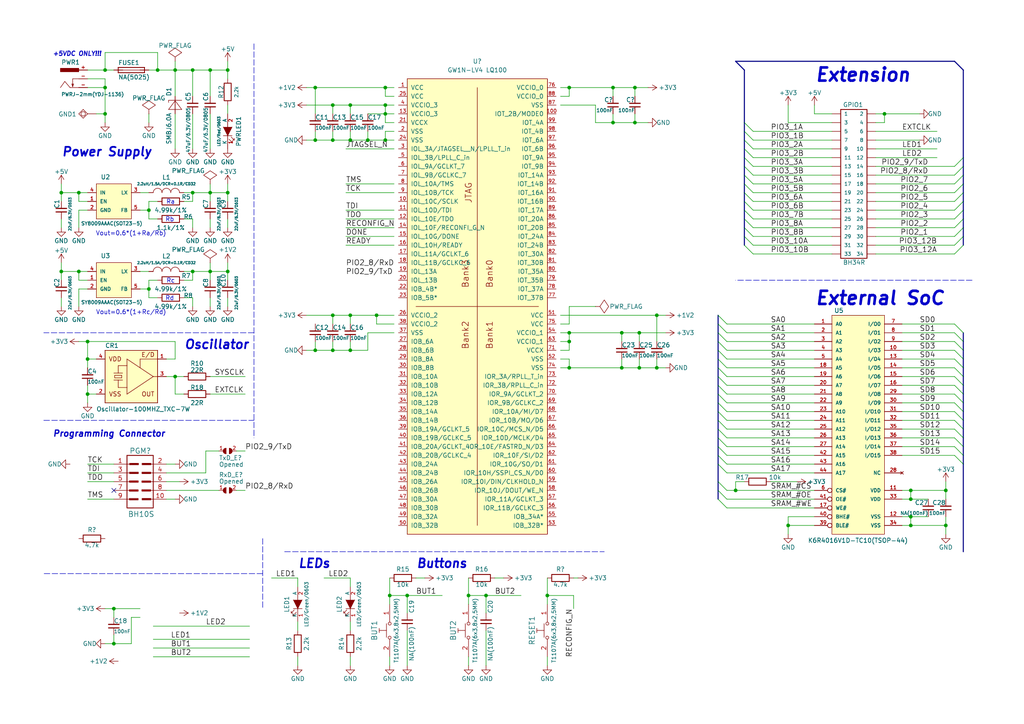
<source format=kicad_sch>
(kicad_sch (version 20231120) (generator "eeschema") (generator_version "8.0")
  (paper "A4")
  (title_block (rev "A") (company "OPEN HW") (comment 1 "https://www"))
  (junction (at 111.76 33.02))
  (junction (at 106.68 40.64))
  (junction (at 109.22 91.44))
  (junction (at 264.16 142.24))
  (junction (at 30.48 25.4))
  (junction (at 66.04 20.32))
  (junction (at 25.4 99.06))
  (junction (at 118.11 172.72))
  (junction (at 96.52 40.64))
  (junction (at 264.16 152.4))
  (junction (at 165.1 99.06))
  (junction (at 43.18 83.82))
  (junction (at 185.42 106.68))
  (junction (at 17.78 78.74))
  (junction (at 177.8 35.56))
  (junction (at 228.6 152.4))
  (junction (at 184.15 35.56))
  (junction (at 22.86 78.74))
  (junction (at 45.72 20.32))
  (junction (at 264.16 144.78))
  (junction (at 96.52 91.44))
  (junction (at 165.1 96.52))
  (junction (at 55.88 55.88))
  (junction (at 17.78 55.88))
  (junction (at 274.32 152.4))
  (junction (at 256.54 33.02))
  (junction (at 111.76 30.48))
  (junction (at 101.6 40.64))
  (junction (at 158.75 172.72))
  (junction (at 30.48 20.32))
  (junction (at 101.6 91.44))
  (junction (at 185.42 96.52))
  (junction (at 66.04 78.74))
  (junction (at 33.02 186.69))
  (junction (at 25.4 114.3))
  (junction (at 274.32 142.24))
  (junction (at 43.18 60.96))
  (junction (at 113.03 172.72))
  (junction (at 101.6 101.6))
  (junction (at 111.76 40.64))
  (junction (at 91.44 25.4))
  (junction (at 177.8 25.4))
  (junction (at 96.52 30.48))
  (junction (at 55.88 20.32))
  (junction (at 165.1 106.68))
  (junction (at 184.15 25.4))
  (junction (at 140.97 172.72))
  (junction (at 135.89 172.72))
  (junction (at 111.76 25.4))
  (junction (at 180.34 96.52))
  (junction (at 60.96 20.32))
  (junction (at 190.5 91.44))
  (junction (at 91.44 40.64))
  (junction (at 50.8 109.22))
  (junction (at 55.88 78.74))
  (junction (at 50.8 20.32))
  (junction (at 96.52 101.6))
  (junction (at 33.02 176.53))
  (junction (at 66.04 55.88))
  (junction (at 91.44 101.6))
  (junction (at 60.96 78.74))
  (junction (at 25.4 104.14))
  (junction (at 213.36 142.24))
  (junction (at 165.1 25.4))
  (junction (at 180.34 106.68))
  (junction (at 30.48 33.02))
  (junction (at 264.16 149.86))
  (junction (at 60.96 55.88))
  (junction (at 101.6 30.48))
  (junction (at 22.86 55.88))
  (junction (at 190.5 106.68))
  (no_connect (at 33.02 142.24))
  (bus_entry (at 208.28 139.7) (size 2.54 2.54))
  (bus_entry (at 215.9 68.58) (size 2.54 2.54))
  (bus_entry (at 276.86 121.92) (size 2.54 2.54))
  (bus_entry (at 208.28 96.52) (size 2.54 2.54))
  (bus_entry (at 215.9 60.96) (size 2.54 2.54))
  (bus_entry (at 279.4 50.8) (size -2.54 2.54))
  (bus_entry (at 279.4 60.96) (size -2.54 2.54))
  (bus_entry (at 208.28 129.54) (size 2.54 2.54))
  (bus_entry (at 276.86 109.22) (size 2.54 2.54))
  (bus_entry (at 208.28 144.78) (size 2.54 2.54))
  (bus_entry (at 215.9 43.18) (size 2.54 2.54))
  (bus_entry (at 279.4 66.04) (size -2.54 2.54))
  (bus_entry (at 276.86 127) (size 2.54 2.54))
  (bus_entry (at 276.86 106.68) (size 2.54 2.54))
  (bus_entry (at 208.28 104.14) (size 2.54 2.54))
  (bus_entry (at 215.9 66.04) (size 2.54 2.54))
  (bus_entry (at 215.9 40.64) (size 2.54 2.54))
  (bus_entry (at 279.4 55.88) (size -2.54 2.54))
  (bus_entry (at 279.4 68.58) (size -2.54 2.54))
  (bus_entry (at 276.86 104.14) (size 2.54 2.54))
  (bus_entry (at 208.28 111.76) (size 2.54 2.54))
  (bus_entry (at 208.28 142.24) (size 2.54 2.54))
  (bus_entry (at 208.28 99.06) (size 2.54 2.54))
  (bus_entry (at 276.86 124.46) (size 2.54 2.54))
  (bus_entry (at 279.4 71.12) (size -2.54 2.54))
  (bus_entry (at 279.4 53.34) (size -2.54 2.54))
  (bus_entry (at 215.9 71.12) (size 2.54 2.54))
  (bus_entry (at 215.9 35.56) (size 2.54 2.54))
  (bus_entry (at 276.86 111.76) (size 2.54 2.54))
  (bus_entry (at 208.28 124.46) (size 2.54 2.54))
  (bus_entry (at 215.9 48.26) (size 2.54 2.54))
  (bus_entry (at 276.86 119.38) (size 2.54 2.54))
  (bus_entry (at 215.9 63.5) (size 2.54 2.54))
  (bus_entry (at 279.4 58.42) (size -2.54 2.54))
  (bus_entry (at 276.86 101.6) (size 2.54 2.54))
  (bus_entry (at 279.4 63.5) (size -2.54 2.54))
  (bus_entry (at 279.4 45.72) (size -2.54 2.54))
  (bus_entry (at 215.9 58.42) (size 2.54 2.54))
  (bus_entry (at 276.86 93.98) (size 2.54 2.54))
  (bus_entry (at 208.28 119.38) (size 2.54 2.54))
  (bus_entry (at 208.28 121.92) (size 2.54 2.54))
  (bus_entry (at 208.28 109.22) (size 2.54 2.54))
  (bus_entry (at 208.28 127) (size 2.54 2.54))
  (bus_entry (at 208.28 91.44) (size 2.54 2.54))
  (bus_entry (at 215.9 53.34) (size 2.54 2.54))
  (bus_entry (at 208.28 106.68) (size 2.54 2.54))
  (bus_entry (at 215.9 50.8) (size 2.54 2.54))
  (bus_entry (at 215.9 38.1) (size 2.54 2.54))
  (bus_entry (at 215.9 45.72) (size 2.54 2.54))
  (bus_entry (at 276.86 129.54) (size 2.54 2.54))
  (bus_entry (at 208.28 132.08) (size 2.54 2.54))
  (bus_entry (at 276.86 99.06) (size 2.54 2.54))
  (bus_entry (at 276.86 96.52) (size 2.54 2.54))
  (bus_entry (at 276.86 132.08) (size 2.54 2.54))
  (bus_entry (at 208.28 116.84) (size 2.54 2.54))
  (bus_entry (at 276.86 114.3) (size 2.54 2.54))
  (bus_entry (at 208.28 93.98) (size 2.54 2.54))
  (bus_entry (at 276.86 116.84) (size 2.54 2.54))
  (bus_entry (at 208.28 114.3) (size 2.54 2.54))
  (bus_entry (at 208.28 101.6) (size 2.54 2.54))
  (bus_entry (at 279.4 48.26) (size -2.54 2.54))
  (bus_entry (at 215.9 55.88) (size 2.54 2.54))
  (bus_entry (at 208.28 134.62) (size 2.54 2.54))
  (wire (pts (xy 241.3 35.56) (xy 228.6 35.56)))
  (wire (pts (xy 27.94 114.3) (xy 25.4 114.3)))
  (wire (pts (xy 101.6 40.64) (xy 106.68 40.64)))
  (wire (pts (xy 44.45 190.5) (xy 72.39 190.5)))
  (wire (pts (xy 114.3 38.1) (xy 111.76 38.1)))
  (wire (pts (xy 190.5 106.68) (xy 193.04 106.68)))
  (wire (pts (xy 190.5 91.44) (xy 193.04 91.44)))
  (wire (pts (xy 25.4 114.3) (xy 25.4 116.84)))
  (wire (pts (xy 55.88 81.28) (xy 53.34 81.28)))
  (wire (pts (xy -12.7 96.52) (xy -45.72 96.52)))
  (wire (pts (xy 236.22 33.02) (xy 236.22 30.48)))
  (wire (pts (xy 101.6 30.48) (xy 101.6 33.02)))
  (wire (pts (xy 111.76 25.4) (xy 114.3 25.4)))
  (wire (pts (xy 185.42 106.68) (xy 190.5 106.68)))
  (wire (pts (xy 261.62 106.68) (xy 276.86 106.68)))
  (wire (pts (xy 236.22 149.86) (xy 228.6 149.86)))
  (wire (pts (xy 96.52 30.48) (xy 101.6 30.48)))
  (wire (pts (xy 172.72 88.9) (xy 165.1 88.9)))
  (wire (pts (xy 43.18 58.42) (xy 43.18 60.96)))
  (wire (pts (xy 45.72 58.42) (xy 43.18 58.42)))
  (wire (pts (xy -12.7 81.28) (xy -45.72 81.28)))
  (wire (pts (xy 45.72 20.32) (xy 50.8 20.32)))
  (wire (pts (xy 300.99 148.59) (xy 339.09 148.59)))
  (wire (pts (xy 135.89 172.72) (xy 140.97 172.72)))
  (wire (pts (xy 261.62 149.86) (xy 264.16 149.86)))
  (bus (pts (xy 208.28 111.76) (xy 208.28 114.3)))
  (wire (pts (xy 86.36 167.64) (xy 78.74 167.64)))
  (bus (pts (xy 208.28 132.08) (xy 208.28 134.62)))
  (wire (pts (xy 60.96 76.2) (xy 60.96 78.74)))
  (wire (pts (xy 236.22 114.3) (xy 210.82 114.3)))
  (wire (pts (xy 101.6 170.18) (xy 101.6 167.64)))
  (wire (pts (xy 113.03 172.72) (xy 118.11 172.72)))
  (wire (pts (xy 236.22 137.16) (xy 210.82 137.16)))
  (bus (pts (xy 279.4 129.54) (xy 279.4 127)))
  (wire (pts (xy 162.56 93.98) (xy 165.1 93.98)))
  (wire (pts (xy 241.3 50.8) (xy 218.44 50.8)))
  (bus (pts (xy 279.4 127) (xy 279.4 124.46)))
  (wire (pts (xy 185.42 96.52) (xy 193.04 96.52)))
  (wire (pts (xy 339.09 140.97) (xy 300.99 140.97)))
  (wire (pts (xy 50.8 114.3) (xy 53.34 114.3)))
  (wire (pts (xy 33.02 184.15) (xy 33.02 186.69)))
  (polyline (pts (xy 76.2 166.37) (xy 12.7 166.37)) (stroke (width 0) (type dash)))
  (wire (pts (xy 101.6 180.34) (xy 101.6 182.88)))
  (polyline (pts (xy 73.66 96.52) (xy 12.7 96.52)) (stroke (width 0) (type dash)))
  (wire (pts (xy 241.3 60.96) (xy 218.44 60.96)))
  (wire (pts (xy 254 35.56) (xy 256.54 35.56)))
  (wire (pts (xy 68.58 142.24) (xy 71.12 142.24)))
  (wire (pts (xy 60.96 88.9) (xy 60.96 86.36)))
  (wire (pts (xy 177.8 27.94) (xy 177.8 25.4)))
  (wire (pts (xy 22.86 99.06) (xy 25.4 99.06)))
  (wire (pts (xy 111.76 27.94) (xy 114.3 27.94)))
  (wire (pts (xy 25.4 60.96) (xy 22.86 60.96)))
  (wire (pts (xy 140.97 172.72) (xy 140.97 177.8)))
  (bus (pts (xy 208.28 119.38) (xy 208.28 121.92)))
  (wire (pts (xy 100.33 60.96) (xy 114.3 60.96)))
  (wire (pts (xy 190.5 104.14) (xy 190.5 106.68)))
  (wire (pts (xy 118.11 172.72) (xy 128.27 172.72)))
  (wire (pts (xy 271.78 45.72) (xy 254 45.72)))
  (bus (pts (xy 279.4 68.58) (xy 279.4 71.12)))
  (bus (pts (xy 215.9 48.26) (xy 215.9 50.8)))
  (bus (pts (xy 208.28 142.24) (xy 208.28 144.78)))
  (wire (pts (xy 106.68 40.64) (xy 111.76 40.64)))
  (wire (pts (xy 254 71.12) (xy 276.86 71.12)))
  (wire (pts (xy 241.3 40.64) (xy 218.44 40.64)))
  (polyline (pts (xy 12.7 121.92) (xy 73.66 121.92)) (stroke (width 0) (type dash)))
  (wire (pts (xy -12.7 99.06) (xy -45.72 99.06)))
  (wire (pts (xy 88.9 101.6) (xy 91.44 101.6)))
  (wire (pts (xy 66.04 20.32) (xy 66.04 22.86)))
  (bus (pts (xy 208.28 106.68) (xy 208.28 109.22)))
  (wire (pts (xy 60.96 109.22) (xy 71.12 109.22)))
  (bus (pts (xy 279.4 99.06) (xy 279.4 96.52)))
  (wire (pts (xy 30.48 15.24) (xy 30.48 20.32)))
  (wire (pts (xy 118.11 172.72) (xy 118.11 177.8)))
  (wire (pts (xy -12.7 116.84) (xy -45.72 116.84)))
  (wire (pts (xy -12.7 111.76) (xy -45.72 111.76)))
  (wire (pts (xy 254 40.64) (xy 266.7 40.64)))
  (wire (pts (xy 60.96 20.32) (xy 60.96 27.94)))
  (wire (pts (xy 48.26 109.22) (xy 50.8 109.22)))
  (wire (pts (xy 25.4 134.62) (xy 33.02 134.62)))
  (bus (pts (xy 215.9 55.88) (xy 215.9 58.42)))
  (bus (pts (xy 279.4 111.76) (xy 279.4 109.22)))
  (wire (pts (xy 30.48 15.24) (xy 45.72 15.24)))
  (wire (pts (xy 111.76 33.02) (xy 114.3 33.02)))
  (wire (pts (xy 241.3 45.72) (xy 218.44 45.72)))
  (wire (pts (xy 45.72 15.24) (xy 45.72 20.32)))
  (wire (pts (xy 50.8 17.78) (xy 50.8 20.32)))
  (wire (pts (xy 25.4 20.32) (xy 30.48 20.32)))
  (wire (pts (xy 25.4 99.06) (xy 25.4 104.14)))
  (wire (pts (xy -12.7 143.51) (xy -45.72 143.51)))
  (wire (pts (xy 30.48 25.4) (xy 30.48 33.02)))
  (wire (pts (xy 55.88 78.74) (xy 55.88 81.28)))
  (wire (pts (xy 30.48 176.53) (xy 33.02 176.53)))
  (wire (pts (xy 101.6 167.64) (xy 93.98 167.64)))
  (wire (pts (xy 22.86 81.28) (xy 22.86 78.74)))
  (wire (pts (xy 166.37 172.72) (xy 166.37 176.53)))
  (wire (pts (xy 300.99 158.75) (xy 339.09 158.75)))
  (wire (pts (xy 106.68 96.52) (xy 106.68 101.6)))
  (wire (pts (xy 101.6 30.48) (xy 111.76 30.48)))
  (wire (pts (xy 264.16 142.24) (xy 274.32 142.24)))
  (wire (pts (xy 22.86 55.88) (xy 25.4 55.88)))
  (wire (pts (xy 261.62 142.24) (xy 264.16 142.24)))
  (bus (pts (xy 208.28 129.54) (xy 208.28 132.08)))
  (wire (pts (xy 25.4 137.16) (xy 33.02 137.16)))
  (wire (pts (xy 101.6 193.04) (xy 101.6 190.5)))
  (polyline (pts (xy 76.2 156.21) (xy 76.2 176.53)) (stroke (width 0) (type dash)))
  (bus (pts (xy 279.4 124.46) (xy 279.4 121.92)))
  (wire (pts (xy 91.44 99.06) (xy 91.44 101.6)))
  (wire (pts (xy 30.48 33.02) (xy 30.48 35.56)))
  (wire (pts (xy 241.3 48.26) (xy 218.44 48.26)))
  (wire (pts (xy 25.4 25.4) (xy 30.48 25.4)))
  (wire (pts (xy 25.4 104.14) (xy 25.4 106.68)))
  (wire (pts (xy 25.4 81.28) (xy 22.86 81.28)))
  (wire (pts (xy 190.5 91.44) (xy 190.5 99.06)))
  (wire (pts (xy 256.54 33.02) (xy 266.7 33.02)))
  (wire (pts (xy 261.62 93.98) (xy 276.86 93.98)))
  (wire (pts (xy 88.9 25.4) (xy 91.44 25.4)))
  (wire (pts (xy 140.97 172.72) (xy 151.13 172.72)))
  (wire (pts (xy 236.22 104.14) (xy 210.82 104.14)))
  (wire (pts (xy 254 60.96) (xy 276.86 60.96)))
  (wire (pts (xy 261.62 152.4) (xy 264.16 152.4)))
  (wire (pts (xy 100.33 68.58) (xy 114.3 68.58)))
  (wire (pts (xy 48.26 134.62) (xy 50.8 134.62)))
  (wire (pts (xy 113.03 167.64) (xy 113.03 172.72)))
  (wire (pts (xy 261.62 132.08) (xy 276.86 132.08)))
  (bus (pts (xy 279.4 53.34) (xy 279.4 55.88)))
  (wire (pts (xy 165.1 25.4) (xy 177.8 25.4)))
  (bus (pts (xy 208.28 101.6) (xy 208.28 104.14)))
  (wire (pts (xy 236.22 144.78) (xy 210.82 144.78)))
  (wire (pts (xy 215.9 139.7) (xy 213.36 139.7)))
  (wire (pts (xy 55.88 43.18) (xy 55.88 33.02)))
  (wire (pts (xy 43.18 86.36) (xy 45.72 86.36)))
  (wire (pts (xy 25.4 22.86) (xy 30.48 22.86)))
  (bus (pts (xy 279.4 160.02) (xy 279.4 134.62)))
  (bus (pts (xy 215.9 63.5) (xy 215.9 66.04)))
  (wire (pts (xy 228.6 149.86) (xy 228.6 152.4)))
  (wire (pts (xy 25.4 99.06) (xy 50.8 99.06)))
  (wire (pts (xy 165.1 99.06) (xy 162.56 99.06)))
  (wire (pts (xy 254 73.66) (xy 276.86 73.66)))
  (wire (pts (xy 88.9 91.44) (xy 96.52 91.44)))
  (wire (pts (xy 111.76 25.4) (xy 111.76 27.94)))
  (bus (pts (xy 208.28 114.3) (xy 208.28 116.84)))
  (wire (pts (xy 55.88 78.74) (xy 60.96 78.74)))
  (wire (pts (xy 100.33 43.18) (xy 114.3 43.18)))
  (wire (pts (xy 254 48.26) (xy 276.86 48.26)))
  (wire (pts (xy 60.96 78.74) (xy 60.96 81.28)))
  (polyline (pts (xy 73.66 12.7) (xy 73.66 127)) (stroke (width 0) (type dash)))
  (wire (pts (xy 340.36 87.63) (xy 302.26 87.63)))
  (wire (pts (xy 241.3 55.88) (xy 218.44 55.88)))
  (wire (pts (xy 165.1 27.94) (xy 162.56 27.94)))
  (wire (pts (xy 123.19 167.64) (xy 120.65 167.64)))
  (polyline (pts (xy 82.55 160.02) (xy 175.26 160.02)) (stroke (width 0) (type dash)))
  (wire (pts (xy 60.96 55.88) (xy 60.96 58.42)))
  (wire (pts (xy 339.09 118.11) (xy 300.99 118.11)))
  (wire (pts (xy 68.58 130.81) (xy 71.12 130.81)))
  (wire (pts (xy 241.3 58.42) (xy 218.44 58.42)))
  (wire (pts (xy 50.8 20.32) (xy 55.88 20.32)))
  (bus (pts (xy 279.4 119.38) (xy 279.4 116.84)))
  (bus (pts (xy 215.9 68.58) (xy 215.9 71.12)))
  (wire (pts (xy 91.44 38.1) (xy 91.44 40.64)))
  (wire (pts (xy 241.3 33.02) (xy 236.22 33.02)))
  (wire (pts (xy 300.99 156.21) (xy 339.09 156.21)))
  (wire (pts (xy 254 33.02) (xy 256.54 33.02)))
  (wire (pts (xy 165.1 106.68) (xy 180.34 106.68)))
  (wire (pts (xy 140.97 193.04) (xy 140.97 182.88)))
  (wire (pts (xy 261.62 144.78) (xy 264.16 144.78)))
  (wire (pts (xy -12.7 114.3) (xy -45.72 114.3)))
  (wire (pts (xy 91.44 25.4) (xy 91.44 33.02)))
  (wire (pts (xy 184.15 25.4) (xy 187.96 25.4)))
  (wire (pts (xy 340.36 69.85) (xy 302.26 69.85)))
  (bus (pts (xy 279.4 45.72) (xy 279.4 48.26)))
  (wire (pts (xy 302.26 105.41) (xy 340.36 105.41)))
  (wire (pts (xy 261.62 101.6) (xy 276.86 101.6)))
  (wire (pts (xy 177.8 25.4) (xy 184.15 25.4)))
  (wire (pts (xy 264.16 149.86) (xy 264.16 152.4)))
  (wire (pts (xy 339.09 128.27) (xy 300.99 128.27)))
  (wire (pts (xy 339.09 123.19) (xy 300.99 123.19)))
  (wire (pts (xy 274.32 152.4) (xy 274.32 154.94)))
  (wire (pts (xy 340.36 59.69) (xy 302.26 59.69)))
  (wire (pts (xy 261.62 111.76) (xy 276.86 111.76)))
  (wire (pts (xy 66.04 30.48) (xy 66.04 33.02)))
  (wire (pts (xy 231.14 139.7) (xy 223.52 139.7)))
  (wire (pts (xy 66.04 53.34) (xy 66.04 55.88)))
  (wire (pts (xy 111.76 38.1) (xy 111.76 40.64)))
  (wire (pts (xy 254 50.8) (xy 276.86 50.8)))
  (wire (pts (xy 17.78 55.88) (xy 17.78 58.42)))
  (wire (pts (xy 340.36 95.25) (xy 302.26 95.25)))
  (wire (pts (xy 100.33 71.12) (xy 114.3 71.12)))
  (wire (pts (xy 27.94 104.14) (xy 25.4 104.14)))
  (wire (pts (xy 180.34 106.68) (xy 185.42 106.68)))
  (polyline (pts (xy 281.94 81.28) (xy 213.36 81.28)) (stroke (width 0) (type dash)))
  (wire (pts (xy 172.72 35.56) (xy 177.8 35.56)))
  (wire (pts (xy 241.3 73.66) (xy 218.44 73.66)))
  (wire (pts (xy 135.89 172.72) (xy 135.89 175.26)))
  (wire (pts (xy -38.1 101.6) (xy -12.7 101.6)))
  (wire (pts (xy 236.22 111.76) (xy 210.82 111.76)))
  (wire (pts (xy 254 55.88) (xy 276.86 55.88)))
  (wire (pts (xy 180.34 96.52) (xy 185.42 96.52)))
  (wire (pts (xy 340.36 100.33) (xy 302.26 100.33)))
  (wire (pts (xy 66.04 66.04) (xy 66.04 63.5)))
  (wire (pts (xy 25.4 144.78) (xy 33.02 144.78)))
  (wire (pts (xy 111.76 40.64) (xy 114.3 40.64)))
  (wire (pts (xy 300.99 146.05) (xy 339.09 146.05)))
  (wire (pts (xy 60.96 55.88) (xy 66.04 55.88)))
  (bus (pts (xy 208.28 116.84) (xy 208.28 119.38)))
  (wire (pts (xy 60.96 66.04) (xy 60.96 63.5)))
  (wire (pts (xy 38.1 179.07) (xy 38.1 186.69)))
  (wire (pts (xy 101.6 101.6) (xy 106.68 101.6)))
  (wire (pts (xy 30.48 20.32) (xy 33.02 20.32)))
  (wire (pts (xy -12.7 138.43) (xy -45.72 138.43)))
  (wire (pts (xy 241.3 53.34) (xy 218.44 53.34)))
  (bus (pts (xy 279.4 101.6) (xy 279.4 99.06)))
  (wire (pts (xy 66.04 55.88) (xy 66.04 58.42)))
  (wire (pts (xy 162.56 30.48) (xy 172.72 30.48)))
  (bus (pts (xy 279.4 60.96) (xy 279.4 63.5)))
  (wire (pts (xy 33.02 179.07) (xy 33.02 176.53)))
  (wire (pts (xy 91.44 40.64) (xy 96.52 40.64)))
  (wire (pts (xy 158.75 167.64) (xy 158.75 172.72)))
  (wire (pts (xy -12.7 88.9) (xy -45.72 88.9)))
  (wire (pts (xy 228.6 35.56) (xy 228.6 30.48)))
  (bus (pts (xy 215.9 58.42) (xy 215.9 60.96)))
  (wire (pts (xy 340.36 90.17) (xy 302.26 90.17)))
  (wire (pts (xy 213.36 142.24) (xy 236.22 142.24)))
  (wire (pts (xy 340.36 92.71) (xy 302.26 92.71)))
  (wire (pts (xy 114.3 96.52) (xy 106.68 96.52)))
  (wire (pts (xy 158.75 172.72) (xy 166.37 172.72)))
  (wire (pts (xy 185.42 104.14) (xy 185.42 106.68)))
  (wire (pts (xy 43.18 63.5) (xy 45.72 63.5)))
  (wire (pts (xy 213.36 139.7) (xy 213.36 142.24)))
  (wire (pts (xy 274.32 139.7) (xy 274.32 142.24)))
  (bus (pts (xy 215.9 45.72) (xy 215.9 48.26)))
  (wire (pts (xy 53.34 86.36) (xy 55.88 86.36)))
  (wire (pts (xy 241.3 43.18) (xy 218.44 43.18)))
  (wire (pts (xy 165.1 104.14) (xy 165.1 106.68)))
  (wire (pts (xy 43.18 60.96) (xy 43.18 63.5)))
  (wire (pts (xy 60.96 78.74) (xy 66.04 78.74)))
  (wire (pts (xy 55.88 20.32) (xy 60.96 20.32)))
  (wire (pts (xy 40.64 55.88) (xy 43.18 55.88)))
  (wire (pts (xy 300.99 143.51) (xy 339.09 143.51)))
  (wire (pts (xy 236.22 109.22) (xy 210.82 109.22)))
  (wire (pts (xy 96.52 91.44) (xy 96.52 93.98)))
  (bus (pts (xy 208.28 96.52) (xy 208.28 99.06)))
  (bus (pts (xy 215.9 43.18) (xy 215.9 45.72)))
  (wire (pts (xy 180.34 99.06) (xy 180.34 96.52)))
  (bus (pts (xy 208.28 104.14) (xy 208.28 106.68)))
  (wire (pts (xy 86.36 180.34) (xy 86.36 182.88)))
  (wire (pts (xy 109.22 91.44) (xy 109.22 93.98)))
  (wire (pts (xy 86.36 193.04) (xy 86.36 190.5)))
  (wire (pts (xy 17.78 78.74) (xy 17.78 81.28)))
  (wire (pts (xy 162.56 91.44) (xy 190.5 91.44)))
  (bus (pts (xy 215.9 20.32) (xy 213.36 17.78)))
  (wire (pts (xy 236.22 121.92) (xy 210.82 121.92)))
  (wire (pts (xy 254 58.42) (xy 276.86 58.42)))
  (wire (pts (xy 55.88 86.36) (xy 55.88 88.9)))
  (wire (pts (xy 106.68 33.02) (xy 111.76 33.02)))
  (wire (pts (xy 177.8 35.56) (xy 184.15 35.56)))
  (bus (pts (xy 208.28 93.98) (xy 208.28 96.52)))
  (wire (pts (xy 101.6 91.44) (xy 109.22 91.44)))
  (wire (pts (xy 261.62 124.46) (xy 276.86 124.46)))
  (bus (pts (xy 213.36 17.78) (xy 276.86 17.78)))
  (wire (pts (xy 111.76 35.56) (xy 114.3 35.56)))
  (wire (pts (xy -12.7 83.82) (xy -45.72 83.82)))
  (wire (pts (xy 236.22 116.84) (xy 210.82 116.84)))
  (wire (pts (xy 340.36 97.79) (xy 302.26 97.79)))
  (wire (pts (xy -12.7 109.22) (xy -45.72 109.22)))
  (wire (pts (xy 264.16 152.4) (xy 274.32 152.4)))
  (wire (pts (xy 27.94 33.02) (xy 30.48 33.02)))
  (wire (pts (xy 96.52 101.6) (xy 101.6 101.6)))
  (wire (pts (xy 340.36 77.47) (xy 302.26 77.47)))
  (wire (pts (xy 60.96 53.34) (xy 60.96 55.88)))
  (wire (pts (xy 236.22 134.62) (xy 210.82 134.62)))
  (wire (pts (xy 184.15 25.4) (xy 184.15 27.94)))
  (wire (pts (xy 113.03 193.04) (xy 113.03 190.5)))
  (wire (pts (xy 165.1 25.4) (xy 165.1 27.94)))
  (wire (pts (xy 340.36 72.39) (xy 302.26 72.39)))
  (bus (pts (xy 279.4 109.22) (xy 279.4 106.68)))
  (bus (pts (xy 279.4 66.04) (xy 279.4 68.58)))
  (wire (pts (xy 274.32 142.24) (xy 274.32 144.78)))
  (bus (pts (xy 215.9 38.1) (xy 215.9 40.64)))
  (wire (pts (xy 165.1 96.52) (xy 165.1 99.06)))
  (wire (pts (xy 91.44 25.4) (xy 111.76 25.4)))
  (bus (pts (xy 279.4 48.26) (xy 279.4 50.8)))
  (wire (pts (xy 340.36 80.01) (xy 302.26 80.01)))
  (wire (pts (xy -12.7 78.74) (xy -45.72 78.74)))
  (wire (pts (xy 91.44 101.6) (xy 96.52 101.6)))
  (wire (pts (xy 50.8 104.14) (xy 48.26 104.14)))
  (wire (pts (xy 60.96 43.18) (xy 60.96 33.02)))
  (wire (pts (xy 146.05 167.64) (xy 143.51 167.64)))
  (bus (pts (xy 279.4 106.68) (xy 279.4 104.14)))
  (wire (pts (xy 22.86 58.42) (xy 22.86 55.88)))
  (wire (pts (xy 339.09 138.43) (xy 300.99 138.43)))
  (wire (pts (xy 111.76 30.48) (xy 111.76 33.02)))
  (wire (pts (xy 261.62 119.38) (xy 276.86 119.38)))
  (bus (pts (xy 279.4 132.08) (xy 279.4 129.54)))
  (wire (pts (xy 261.62 104.14) (xy 276.86 104.14)))
  (wire (pts (xy 241.3 71.12) (xy 218.44 71.12)))
  (wire (pts (xy 30.48 22.86) (xy 30.48 25.4)))
  (wire (pts (xy 40.64 78.74) (xy 43.18 78.74)))
  (wire (pts (xy -12.7 104.14) (xy -45.72 104.14)))
  (wire (pts (xy 55.88 55.88) (xy 60.96 55.88)))
  (wire (pts (xy 162.56 106.68) (xy 165.1 106.68)))
  (wire (pts (xy 48.26 139.7) (xy 52.07 139.7)))
  (wire (pts (xy 17.78 63.5) (xy 17.78 66.04)))
  (wire (pts (xy 236.22 124.46) (xy 210.82 124.46)))
  (wire (pts (xy 210.82 142.24) (xy 213.36 142.24)))
  (bus (pts (xy 208.28 127) (xy 208.28 129.54)))
  (wire (pts (xy 236.22 129.54) (xy 210.82 129.54)))
  (wire (pts (xy 261.62 121.92) (xy 276.86 121.92)))
  (wire (pts (xy 25.4 83.82) (xy 22.86 83.82)))
  (wire (pts (xy 60.96 20.32) (xy 66.04 20.32)))
  (wire (pts (xy 261.62 99.06) (xy 276.86 99.06)))
  (wire (pts (xy 43.18 83.82) (xy 43.18 86.36)))
  (wire (pts (xy 55.88 55.88) (xy 55.88 58.42)))
  (bus (pts (xy 215.9 60.96) (xy 215.9 63.5)))
  (wire (pts (xy 53.34 63.5) (xy 55.88 63.5)))
  (bus (pts (xy 208.28 121.92) (xy 208.28 124.46)))
  (wire (pts (xy 109.22 91.44) (xy 114.3 91.44)))
  (wire (pts (xy 88.9 30.48) (xy 96.52 30.48)))
  (wire (pts (xy 96.52 40.64) (xy 101.6 40.64)))
  (wire (pts (xy 44.45 187.96) (xy 72.39 187.96)))
  (wire (pts (xy 340.36 82.55) (xy 302.26 82.55)))
  (wire (pts (xy 118.11 193.04) (xy 118.11 182.88)))
  (wire (pts (xy 55.88 58.42) (xy 53.34 58.42)))
  (wire (pts (xy 48.26 144.78) (xy 50.8 144.78)))
  (wire (pts (xy 44.45 181.61) (xy 72.39 181.61)))
  (wire (pts (xy 340.36 74.93) (xy 302.26 74.93)))
  (wire (pts (xy 17.78 76.2) (xy 17.78 78.74)))
  (bus (pts (xy 215.9 40.64) (xy 215.9 43.18)))
  (wire (pts (xy 55.88 20.32) (xy 55.88 27.94)))
  (wire (pts (xy 236.22 99.06) (xy 210.82 99.06)))
  (bus (pts (xy 215.9 66.04) (xy 215.9 68.58)))
  (wire (pts (xy 30.48 186.69) (xy 33.02 186.69)))
  (wire (pts (xy 101.6 38.1) (xy 101.6 40.64)))
  (wire (pts (xy 50.8 43.18) (xy 50.8 33.02)))
  (wire (pts (xy 165.1 104.14) (xy 162.56 104.14)))
  (wire (pts (xy 17.78 78.74) (xy 22.86 78.74)))
  (wire (pts (xy -12.7 86.36) (xy -45.72 86.36)))
  (wire (pts (xy 111.76 33.02) (xy 111.76 35.56)))
  (wire (pts (xy 101.6 93.98) (xy 101.6 91.44)))
  (wire (pts (xy -12.7 91.44) (xy -45.72 91.44)))
  (bus (pts (xy 279.4 63.5) (xy 279.4 66.04)))
  (wire (pts (xy 96.52 38.1) (xy 96.52 40.64)))
  (wire (pts (xy 241.3 68.58) (xy 218.44 68.58)))
  (wire (pts (xy 165.1 99.06) (xy 165.1 101.6)))
  (wire (pts (xy 264.16 144.78) (xy 264.16 142.24)))
  (wire (pts (xy 50.8 109.22) (xy 50.8 114.3)))
  (bus (pts (xy 208.28 134.62) (xy 208.28 139.7)))
  (wire (pts (xy 66.04 76.2) (xy 66.04 78.74)))
  (wire (pts (xy 66.04 78.74) (xy 66.04 81.28)))
  (wire (pts (xy 165.1 96.52) (xy 180.34 96.52)))
  (wire (pts (xy 86.36 170.18) (xy 86.36 167.64)))
  (wire (pts (xy 236.22 101.6) (xy 210.82 101.6)))
  (wire (pts (xy 274.32 149.86) (xy 274.32 152.4)))
  (bus (pts (xy 215.9 35.56) (xy 215.9 38.1)))
  (wire (pts (xy 264.16 144.78) (xy 269.24 144.78)))
  (wire (pts (xy 59.69 130.81) (xy 63.5 130.81)))
  (wire (pts (xy -12.7 128.27) (xy -45.72 128.27)))
  (wire (pts (xy 135.89 193.04) (xy 135.89 190.5)))
  (wire (pts (xy 271.78 43.18) (xy 254 43.18)))
  (wire (pts (xy -12.7 133.35) (xy -45.72 133.35)))
  (wire (pts (xy 66.04 17.78) (xy 66.04 20.32)))
  (bus (pts (xy 208.28 91.44) (xy 208.28 93.98)))
  (wire (pts (xy 254 66.04) (xy 276.86 66.04)))
  (wire (pts (xy 135.89 167.64) (xy 135.89 172.72)))
  (wire (pts (xy 261.62 116.84) (xy 276.86 116.84)))
  (wire (pts (xy 100.33 63.5) (xy 114.3 63.5)))
  (wire (pts (xy 339.09 133.35) (xy 300.99 133.35)))
  (bus (pts (xy 208.28 139.7) (xy 208.28 142.24)))
  (wire (pts (xy 25.4 139.7) (xy 33.02 139.7)))
  (wire (pts (xy -12.7 135.89) (xy -45.72 135.89)))
  (wire (pts (xy 340.36 85.09) (xy 302.26 85.09)))
  (wire (pts (xy 228.6 152.4) (xy 228.6 154.94)))
  (wire (pts (xy 33.02 186.69) (xy 38.1 186.69)))
  (wire (pts (xy 43.18 81.28) (xy 43.18 83.82)))
  (wire (pts (xy 158.75 193.04) (xy 158.75 190.5)))
  (wire (pts (xy 340.36 67.31) (xy 302.26 67.31)))
  (bus (pts (xy 208.28 124.46) (xy 208.28 127)))
  (wire (pts (xy 236.22 152.4) (xy 228.6 152.4)))
  (wire (pts (xy 165.1 88.9) (xy 165.1 93.98)))
  (wire (pts (xy 184.15 33.02) (xy 184.15 35.56)))
  (wire (pts (xy 264.16 149.86) (xy 269.24 149.86)))
  (wire (pts (xy 88.9 40.64) (xy 91.44 40.64)))
  (wire (pts (xy -12.7 93.98) (xy -45.72 93.98)))
  (wire (pts (xy 50.8 20.32) (xy 50.8 27.94)))
  (wire (pts (xy 60.96 114.3) (xy 71.12 114.3)))
  (wire (pts (xy 261.62 114.3) (xy 276.86 114.3)))
  (wire (pts (xy 59.69 137.16) (xy 59.69 130.81)))
  (bus (pts (xy 279.4 58.42) (xy 279.4 60.96)))
  (wire (pts (xy 254 68.58) (xy 276.86 68.58)))
  (wire (pts (xy -12.7 76.2) (xy -45.72 76.2)))
  (wire (pts (xy 100.33 66.04) (xy 114.3 66.04)))
  (wire (pts (xy 236.22 132.08) (xy 210.82 132.08)))
  (wire (pts (xy 50.8 99.06) (xy 50.8 104.14)))
  (wire (pts (xy 236.22 96.52) (xy 210.82 96.52)))
  (wire (pts (xy 339.09 125.73) (xy 300.99 125.73)))
  (wire (pts (xy 100.33 53.34) (xy 114.3 53.34)))
  (wire (pts (xy 111.76 30.48) (xy 114.3 30.48)))
  (wire (pts (xy 158.75 172.72) (xy 158.75 175.26)))
  (wire (pts (xy 172.72 30.48) (xy 172.72 35.56)))
  (wire (pts (xy 241.3 38.1) (xy 218.44 38.1)))
  (wire (pts (xy 236.22 93.98) (xy 210.82 93.98)))
  (bus (pts (xy 279.4 104.14) (xy 279.4 101.6)))
  (wire (pts (xy 300.99 151.13) (xy 339.09 151.13)))
  (wire (pts (xy 101.6 99.06) (xy 101.6 101.6)))
  (wire (pts (xy 261.62 96.52) (xy 276.86 96.52)))
  (wire (pts (xy 50.8 109.22) (xy 53.34 109.22)))
  (wire (pts (xy 261.62 127) (xy 276.86 127)))
  (wire (pts (xy 106.68 38.1) (xy 106.68 40.64)))
  (wire (pts (xy 261.62 109.22) (xy 276.86 109.22)))
  (wire (pts (xy 180.34 104.14) (xy 180.34 106.68)))
  (wire (pts (xy -12.7 119.38) (xy -45.72 119.38)))
  (wire (pts (xy 254 53.34) (xy 276.86 53.34)))
  (wire (pts (xy 256.54 35.56) (xy 256.54 33.02)))
  (wire (pts (xy 177.8 33.02) (xy 177.8 35.56)))
  (bus (pts (xy 215.9 53.34) (xy 215.9 55.88)))
  (wire (pts (xy -12.7 106.68) (xy -45.72 106.68)))
  (wire (pts (xy -12.7 130.81) (xy -45.72 130.81)))
  (wire (pts (xy 339.09 120.65) (xy 300.99 120.65)))
  (wire (pts (xy 339.09 135.89) (xy 300.99 135.89)))
  (wire (pts (xy 43.18 60.96) (xy 40.64 60.96)))
  (wire (pts (xy 96.52 91.44) (xy 101.6 91.44)))
  (bus (pts (xy 276.86 17.78) (xy 279.4 20.32)))
  (bus (pts (xy 208.28 99.06) (xy 208.28 101.6)))
  (wire (pts (xy 22.86 78.74) (xy 25.4 78.74)))
  (wire (pts (xy 44.45 185.42) (xy 72.39 185.42)))
  (wire (pts (xy 340.36 102.87) (xy 302.26 102.87)))
  (wire (pts (xy 339.09 130.81) (xy 300.99 130.81)))
  (wire (pts (xy 100.33 55.88) (xy 114.3 55.88)))
  (wire (pts (xy 236.22 106.68) (xy 210.82 106.68)))
  (wire (pts (xy -12.7 140.97) (xy -45.72 140.97)))
  (wire (pts (xy 22.86 60.96) (xy 22.86 66.04)))
  (wire (pts (xy 271.78 38.1) (xy 254 38.1)))
  (wire (pts (xy 17.78 53.34) (xy 17.78 55.88)))
  (wire (pts (xy 340.36 62.23) (xy 302.26 62.23)))
  (wire (pts (xy 241.3 66.04) (xy 218.44 66.04)))
  (wire (pts (xy 66.04 88.9) (xy 66.04 86.36)))
  (wire (pts (xy 22.86 83.82) (xy 22.86 88.9)))
  (wire (pts (xy 113.03 172.72) (xy 113.03 175.26)))
  (wire (pts (xy 185.42 96.52) (xy 185.42 99.06)))
  (wire (pts (xy 109.22 93.98) (xy 114.3 93.98)))
  (wire (pts (xy 162.56 96.52) (xy 165.1 96.52)))
  (wire (pts (xy 43.18 35.56) (xy 43.18 33.02)))
  (bus (pts (xy 279.4 50.8) (xy 279.4 53.34)))
  (wire (pts (xy 48.26 142.24) (xy 63.5 142.24)))
  (wire (pts (xy 300.99 153.67) (xy 339.09 153.67)))
  (bus (pts (xy 279.4 134.62) (xy 279.4 132.08)))
  (bus (pts (xy 279.4 114.3) (xy 279.4 111.76)))
  (wire (pts (xy 25.4 58.42) (xy 22.86 58.42)))
  (wire (pts (xy 40.64 179.07) (xy 38.1 179.07)))
  (wire (pts (xy 17.78 55.88) (xy 22.86 55.88)))
  (wire (pts (xy 162.56 25.4) (xy 165.1 25.4)))
  (wire (pts (xy 53.34 55.88) (xy 55.88 55.88)))
  (bus (pts (xy 279.4 55.88) (xy 279.4 58.42)))
  (bus (pts (xy 208.28 109.22) (xy 208.28 111.76)))
  (wire (pts (xy 25.4 111.76) (xy 25.4 114.3)))
  (wire (pts (xy 167.64 167.64) (xy 166.37 167.64)))
  (wire (pts (xy 96.52 30.48) (xy 96.52 33.02)))
  (wire (pts (xy 43.18 20.32) (xy 45.72 20.32)))
  (wire (pts (xy 45.72 81.28) (xy 43.18 81.28)))
  (wire (pts (xy 53.34 78.74) (xy 55.88 78.74)))
  (wire (pts (xy 261.62 129.54) (xy 276.86 129.54)))
  (wire (pts (xy 241.3 63.5) (xy 218.44 63.5)))
  (wire (pts (xy 254 63.5) (xy 276.86 63.5)))
  (wire (pts (xy 184.15 35.56) (xy 187.96 35.56)))
  (wire (pts (xy 236.22 147.32) (xy 210.82 147.32)))
  (wire (pts (xy 48.26 137.16) (xy 59.69 137.16)))
  (bus (pts (xy 279.4 116.84) (xy 279.4 114.3)))
  (wire (pts (xy 33.02 176.53) (xy 40.64 176.53)))
  (wire (pts (xy 165.1 101.6) (xy 162.56 101.6)))
  (wire (pts (xy 236.22 127) (xy 210.82 127)))
  (wire (pts (xy 17.78 86.36) (xy 17.78 88.9)))
  (wire (pts (xy 236.22 119.38) (xy 210.82 119.38)))
  (bus (pts (xy 215.9 50.8) (xy 215.9 53.34)))
  (wire (pts (xy 55.88 63.5) (xy 55.88 66.04)))
  (bus (pts (xy 215.9 20.32) (xy 215.9 35.56)))
  (wire (pts (xy 96.52 99.06) (xy 96.52 101.6)))
  (wire (pts (xy 43.18 83.82) (xy 40.64 83.82)))
  (bus (pts (xy 279.4 121.92) (xy 279.4 119.38)))
  (wire (pts (xy 340.36 64.77) (xy 302.26 64.77)))
  (bus (pts (xy 279.4 20.32) (xy 279.4 45.72)))
  (text "Programming Connector" (at 15.24 127 0) (effects (font (size 1.778 1.778) (thickness 0.3556) (bold yes) (italic yes)) (justify left bottom)))
  (text "Rc" (at 50.8 82.296 0) (effects (font (size 1.27 1.27)) (justify right bottom)))
  (text "LEDs" (at 86.36 165.1 0) (effects (font (size 2.54 2.54) (thickness 0.508) (bold yes) (italic yes)) (justify left bottom)))
  (text "Extension" (at 236.22 24.13 0) (effects (font (size 3.81 3.81) (thickness 0.762) (bold yes) (italic yes)) (justify left bottom)))
  (text "Vout=0.6*(1+Ra/Rb)" (at 48.26 68.58 0) (effects (font (size 1.27 1.27)) (justify right bottom)))
  (text "Ra" (at 50.8 59.436 0) (effects (font (size 1.27 1.27)) (justify right bottom)))
  (text "Oscillator" (at 53.34 101.6 0) (effects (font (size 2.54 2.54) (thickness 0.508) (bold yes) (italic yes)) (justify left bottom)))
  (text "Vout=0.6*(1+Rc/Rd)" (at 48.26 91.44 0) (effects (font (size 1.27 1.27)) (justify right bottom)))
  (text "Power Supply" (at 17.78 45.72 0) (effects (font (size 2.54 2.54) (thickness 0.508) (bold yes) (italic yes)) (justify left bottom)))
  (text "+5VDC ONLY!!!" (at 15.24 16.51 0) (effects (font (size 1.27 1.27) (thickness 0.254) (bold yes) (italic yes)) (justify left bottom)))
  (text "Buttons" (at 120.65 165.1 0) (effects (font (size 2.54 2.54) (thickness 0.508) (bold yes) (italic yes)) (justify left bottom)))
  (text "External SoC" (at 236.22 88.9 0) (effects (font (size 3.81 3.81) (thickness 0.762) (bold yes) (italic yes)) (justify left bottom)))
  (text "Rb" (at 50.546 64.516 0) (effects (font (size 1.27 1.27)) (justify right bottom)))
  (text "Rd" (at 50.546 87.376 0) (effects (font (size 1.27 1.27)) (justify right bottom)))
  (label "SA0" (at 317.5 102.87 0) (effects (font (size 1.524 1.524))))
  (label "SA10" (at 317.5 77.47 0) (effects (font (size 1.524 1.524))))
  (label "SD0" (at 320.675 140.97 180) (effects (font (size 1.524 1.524))))
  (label "LED1" (at 261.62 43.18 0) (effects (font (size 1.524 1.524))))
  (label "SD14" (at 316.23 156.21 0) (effects (font (size 1.524 1.524))))
  (label "SD13" (at 316.23 153.67 0) (effects (font (size 1.524 1.524))))
  (label "BUT1" (at 120.65 172.72 0) (effects (font (size 1.524 1.524))))
  (label "SA13" (at 317.5 69.85 0) (effects (font (size 1.524 1.524))))
  (label "RECONFIG_N" (at 100.33 66.04 0) (effects (font (size 1.524 1.524))))
  (label "PIO2_4" (at -35.56 135.89 0) (effects (font (size 1.524 1.524))))
  (label "TMS" (at 100.33 53.34 0) (effects (font (size 1.524 1.524))))
  (label "PIO3_5A" (at 223.52 53.34 0) (effects (font (size 1.524 1.524))))
  (label "BUT2" (at 143.51 172.72 0) (effects (font (size 1.524 1.524))))
  (label "LED2" (at 95.25 167.64 0) (effects (font (size 1.524 1.524))))
  (label "SD6" (at 320.675 125.73 180) (effects (font (size 1.524 1.524))))
  (label "PIO2_8/RxD" (at 269.24 50.8 180) (effects (font (size 1.524 1.524))))
  (label "SA16" (at 317.5 62.23 0) (effects (font (size 1.524 1.524))))
  (label "EXTCLK" (at 261.62 38.1 0) (effects (font (size 1.524 1.524))))
  (label "TMS" (at 25.4 144.78 0) (effects (font (size 1.524 1.524))))
  (label "PIO3_3A" (at 223.52 48.26 0) (effects (font (size 1.524 1.524))))
  (label "PIO3_10B" (at 223.52 73.66 0) (effects (font (size 1.524 1.524))))
  (label "SA9" (at 317.5 80.01 0) (effects (font (size 1.524 1.524))))
  (label "PIO2_1" (at 269.24 68.58 180) (effects (font (size 1.524 1.524))))
  (label "PIO3_6B" (at 223.52 60.96 0) (effects (font (size 1.524 1.524))))
  (label "SD0" (at 266.7 93.98 0) (effects (font (size 1.524 1.524))))
  (label "LED1" (at 49.53 185.42 0) (effects (font (size 1.524 1.524))))
  (label "PIO2_2" (at -35.56 130.81 0) (effects (font (size 1.524 1.524))))
  (label "SD1" (at 266.7 96.52 0) (effects (font (size 1.524 1.524))))
  (label "SD13" (at 266.7 127 0) (effects (font (size 1.524 1.524))))
  (label "SA11" (at 317.5 74.93 0) (effects (font (size 1.524 1.524))))
  (label "SD8" (at 266.7 114.3 0) (effects (font (size 1.524 1.524))))
  (label "SD12" (at 266.7 124.46 0) (effects (font (size 1.524 1.524))))
  (label "SA12" (at 223.52 124.46 0) (effects (font (size 1.524 1.524))))
  (label "PIO3_6A" (at 223.52 58.42 0) (effects (font (size 1.524 1.524))))
  (label "SRAM_#WE" (at 223.52 147.32 0) (effects (font (size 1.524 1.524))))
  (label "SA14" (at 317.5 67.31 0) (effects (font (size 1.524 1.524))))
  (label "PIO2_6" (at -35.56 140.97 0) (effects (font (size 1.524 1.524))))
  (label "SD5" (at 266.7 106.68 0) (effects (font (size 1.524 1.524))))
  (label "BUT2" (at 49.53 190.5 0) (effects (font (size 1.524 1.524))))
  (label "LED1" (at 80.01 167.64 0) (effects (font (size 1.524 1.524))))
  (label "SYSCLK" (at 62.23 109.22 0) (effects (font (size 1.524 1.524))))
  (label "PIO3_3A" (at -35.56 86.36 0) (effects (font (size 1.524 1.524))))
  (label "PIO3_8A" (at 223.52 66.04 0) (effects (font (size 1.524 1.524))))
  (label "PIO3_5A" (at -35.56 91.44 0) (effects (font (size 1.524 1.524))))
  (label "BUT1" (at 49.53 187.96 0) (effects (font (size 1.524 1.524))))
  (label "SA6" (at 223.52 109.22 0) (effects (font (size 1.524 1.524))))
  (label "PIO3_12A" (at -35.56 116.84 0) (effects (font (size 1.524 1.524))))
  (label "SD3" (at 320.675 133.35 180) (effects (font (size 1.524 1.524))))
  (label "LED2" (at 261.62 45.72 0) (effects (font (size 1.524 1.524))))
  (label "SA13" (at 223.52 127 0) (effects (font (size 1.524 1.524))))
  (label "SA1" (at 223.52 96.52 0) (effects (font (size 1.524 1.524))))
  (label "SD9" (at 266.7 116.84 0) (effects (font (size 1.524 1.524))))
  (label "PIO3_8B" (at 223.52 68.58 0) (effects (font (size 1.524 1.524))))
  (label "DONE" (at 100.33 68.58 0) (effects (font (size 1.524 1.524))))
  (label "PIO3_10B" (at -35.56 114.3 0) (effects (font (size 1.524 1.524))))
  (label "PIO3_12B" (at -35.56 119.38 0) (effects (font (size 1.524 1.524))))
  (label "PIO3_2B" (at -35.56 83.82 0) (effects (font (size 1.524 1.524))))
  (label "JTAGSEL_N" (at 100.33 43.18 0) (effects (font (size 1.524 1.524))))
  (label "SD11" (at 316.23 148.59 0) (effects (font (size 1.524 1.524))))
  (label "PIO2_7" (at -35.56 143.51 0) (effects (font (size 1.524 1.524))))
  (label "PIO3_1A" (at 223.52 38.1 0) (effects (font (size 1.524 1.524))))
  (label "PIO2_9/TxD" (at 100.33 80.01 0) (effects (font (size 1.524 1.524))))
  (label "PIO3_8A" (at -35.56 106.68 0) (effects (font (size 1.524 1.524))))
  (label "SA9" (at 223.52 116.84 0) (effects (font (size 1.524 1.524))))
  (label "PIO2_2" (at 269.24 66.04 180) (effects (font (size 1.524 1.524))))
  (label "PIO2_8/RxD" (at 100.33 77.47 0) (effects (font (size 1.524 1.524))))
  (label "PIO3_2A" (at -35.56 81.28 0) (effects (font (size 1.524 1.524))))
  (label "TCK" (at 25.4 134.62 0) (effects (font (size 1.524 1.524))))
  (label "PIO3_3B" (at -35.56 88.9 0) (effects (font (size 1.524 1.524))))
  (label "SA6" (at 317.5 87.63 0) (effects (font (size 1.524 1.524))))
  (label "SA11" (at 223.52 121.92 0) (effects (font (size 1.524 1.524))))
  (label "PIO2_8/RxD" (at 71.12 142.24 0) (effects (font (size 1.524 1.524))))
  (label "SA8" (at 223.52 114.3 0) (effects (font (size 1.524 1.524))))
  (label "PIO3_6B" (at -35.56 99.06 0) (effects (font (size 1.524 1.524))))
  (label "SA1" (at 317.5 100.33 0) (effects (font (size 1.524 1.524))))
  (label "PIO3_5B" (at -35.56 93.98 0) (effects (font (size 1.524 1.524))))
  (label "SA14" (at 223.52 129.54 0) (effects (font (size 1.524 1.524))))
  (label "SA4" (at 223.52 104.14 0) (effects (font (size 1.524 1.524))))
  (label "SD11" (at 266.7 121.92 0) (effects (font (size 1.524 1.524))))
  (label "READY" (at 100.33 71.12 0) (effects (font (size 1.524 1.524))))
  (label "SA4" (at 317.5 92.71 0) (effects (font (size 1.524 1.524))))
  (label "SA3" (at 317.5 95.25 0) (effects (font (size 1.524 1.524))))
  (label "SA10" (at 223.52 119.38 0) (effects (font (size 1.524 1.524))))
  (label "SD1" (at 320.675 138.43 180) (effects (font (size 1.524 1.524))))
  (label "SD10" (at 316.23 146.05 0) (effects (font (size 1.524 1.524))))
  (label "PIO2_1" (at -35.56 128.27 0) (effects (font (size 1.524 1.524))))
  (label "SD15" (at 266.7 132.08 0) (effects (font (size 1.524 1.524))))
  (label "SA5" (at 317.5 90.17 0) (effects (font (size 1.524 1.524))))
  (label "SA7" (at 317.5 85.09 0) (effects (font (size 1.524 1.524))))
  (label "TDO" (at 100.33 63.5 0) (effects (font (size 1.524 1.524))))
  (label "PIO3_10A" (at -35.56 111.76 0) (effects (font (size 1.524 1.524))))
  (label "SD2" (at 266.7 99.06 0) (effects (font (size 1.524 1.524))))
  (label "PIO3_2A" (at 223.52 43.18 0) (effects (font (size 1.524 1.524))))
  (label "PIO3_1A" (at -35.56 76.2 0) (effects (font (size 1.524 1.524))))
  (label "PIO3_10A" (at 223.52 71.12 0) (effects (font (size 1.524 1.524))))
  (label "SA8" (at 317.5 82.55 0) (effects (font (size 1.524 1.524))))
  (label "SA17" (at 317.5 59.69 0) (effects (font (size 1.524 1.524))))
  (label "SD10" (at 266.7 119.38 0) (effects (font (size 1.524 1.524))))
  (label "PIO2_3" (at -35.56 133.35 0) (effects (font (size 1.524 1.524))))
  (label "SA5" (at 223.52 106.68 0) (effects (font (size 1.524 1.524))))
  (label "PIO2_9/TxD" (at 71.12 130.81 0) (effects (font (size 1.524 1.524))))
  (label "TCK" (at 100.33 55.88 0) (effects (font (size 1.524 1.524))))
  (label "SA17" (at 223.52 137.16 0) (effects (font (size 1.524 1.524))))
  (label "SD4" (at 266.7 104.14 0) (effects (font (size 1.524 1.524))))
  (label "TDI" (at 100.33 60.96 0) (effects (font (size 1.524 1.524))))
  (label "PIO3_2B" (at 223.52 45.72 0) (effects (font (size 1.524 1.524))))
  (label "PIO3_7B" (at 223.52 63.5 0) (effects (font (size 1.524 1.524))))
  (label "LED2" (at 59.69 181.61 0) (effects (font (size 1.524 1.524))))
  (label "SD6" (at 266.7 109.22 0) (effects (font (size 1.524 1.524))))
  (label "SD12" (at 316.23 151.13 0) (effects (font (size 1.524 1.524))))
  (label "TDO" (at 25.4 139.7 0) (effects (font (size 1.524 1.524))))
  (label "SA7" (at 223.52 111.76 0) (effects (font (size 1.524 1.524))))
  (label "SRAM_#WE" (at 316.23 118.11 0) (effects (font (size 1.524 1.524))))
  (label "PIO3_5B" (at 223.52 55.88 0) (effects (font (size 1.524 1.524))))
  (label "PIO2_5" (at 269.24 58.42 180) (effects (font (size 1.524 1.524))))
  (label "PIO2_4" (at 269.24 60.96 180) (effects (font (size 1.524 1.524))))
  (label "PIO3_7B" (at -35.56 104.14 0) (effects (font (size 1.524 1.524))))
  (label "SD9" (at 316.23 143.51 0) (effects (font (size 1.524 1.524))))
  (label "SA2" (at 223.52 99.06 0) (effects (font (size 1.524 1.524))))
  (label "SD3" (at 266.7 101.6 0) (effects (font (size 1.524 1.524))))
  (label "SA3" (at 223.52 101.6 0) (effects (font (size 1.524 1.524))))
  (label "SYSCLK" (at -35.56 101.6 0) (effects (font (size 1.524 1.524))))
  (label "SA2" (at 317.5 97.79 0) (effects (font (size 1.524 1.524))))
  (label "PIO3_3B" (at 223.52 50.8 0) (effects (font (size 1.524 1.524))))
  (label "PIO2_5" (at -35.56 138.43 0) (effects (font (size 1.524 1.524))))
  (label "PIO3_8B" (at -35.56 109.22 0) (effects (font (size 1.524 1.524))))
  (label "EXTCLK" (at 62.23 114.3 0) (effects (font (size 1.524 1.524))))
  (label "SD7" (at 266.7 111.76 0) (effects (font (size 1.524 1.524))))
  (label "SA15" (at 223.52 132.08 0) (effects (font (size 1.524 1.524))))
  (label "SD7" (at 320.675 123.19 180) (effects (font (size 1.524 1.524))))
  (label "PIO2_9/TxD" (at 269.24 48.26 180) (effects (font (size 1.524 1.524))))
  (label "SD4" (at 320.675 130.81 180) (effects (font (size 1.524 1.524))))
  (label "SA0" (at 223.52 93.98 0) (effects (font (size 1.524 1.524))))
  (label "PIO2_7" (at 269.24 53.34 180) (effects (font (size 1.524 1.524))))
  (label "SA16" (at 223.52 134.62 0) (effects (font (size 1.524 1.524))))
  (label "PIO3_1B" (at 223.52 40.64 0) (effects (font (size 1.524 1.524))))
  (label "PIO3_12A" (at 271.78 73.66 180) (effects (font (size 1.524 1.524))))
  (label "SD2" (at 320.675 135.89 180) (effects (font (size 1.524 1.524))))
  (label "PIO3_1B" (at -35.56 78.74 0) (effects (font (size 1.524 1.524))))
  (label "SA12" (at 317.5 72.39 0) (effects (font (size 1.524 1.524))))
  (label "TDI" (at 25.4 137.16 0) (effects (font (size 1.524 1.524))))
  (label "SRAM_#OE" (at 223.52 144.78 0) (effects (font (size 1.524 1.524))))
  (label "SD15" (at 316.23 158.75 0) (effects (font (size 1.524 1.524))))
  (label "RECONFIG_N" (at 166.37 176.53 270) (effects (font (size 1.524 1.524))))
  (label "SD8" (at 320.675 120.65 180) (effects (font (size 1.524 1.524))))
  (label "SRAM_#CS" (at 317.5 105.41 0) (effects (font (size 1.524 1.524))))
  (label "SD14" (at 266.7 129.54 0) (effects (font (size 1.524 1.524))))
  (label "SD5" (at 320.675 128.27 180) (effects (font (size 1.524 1.524))))
  (label "SRAM_#CS" (at 223.52 142.24 0) (effects (font (size 1.524 1.524))))
  (label "PIO2_6" (at 269.24 55.88 180) (effects (font (size 1.524 1.524))))
  (label "PIO3_6A" (at -35.56 96.52 0) (effects (font (size 1.524 1.524))))
  (label "SA15" (at 317.5 64.77 0) (effects (font (size 1.524 1.524))))
  (label "PIO2_3" (at 269.24 63.5 180) (effects (font (size 1.524 1.524))))
  (label "PIO3_12B" (at 271.78 71.12 180) (effects (font (size 1.524 1.524))))
  (symbol (lib_id "iCE40HX1K-EVB_Rev_B-rescue:PWR-JAKPWR_JACK_UNI_MILLING") (at 20.32 22.86 0) (unit 1)
    (property "Reference" "PWR1" (at 17.78 18.796 0) (effects (justify left bottom)))
    (property "Value" "PWRJ-2mm(YDJ-1136)" (at 17.78 27.94 0) (effects (font (size 1.016 1.016)) (justify left bottom)))
    (property "Footprint" "OLIMEX_Connectors-FP:PWRJ-2mm(YDJ-1136)" (effects (hide yes)))
  )
  (symbol (lib_id "iCE40HX1K-EVB_Rev_B-rescue:GND") (at 30.48 35.56 0) (mirror y) (unit 1)
    (property "Reference" "#PWR01" (effects (hide yes)))
    (property "Value" "GND" (at 30.48 39.37 0))
  )
  (symbol (lib_id "iCE40HX1K-EVB_Rev_B-rescue:FSMD035") (at 38.1 20.32 0) (unit 1)
    (property "Reference" "FUSE1" (at 34.29 18.923 0) (effects (justify left bottom)))
    (property "Value" "NA(5025)" (at 34.29 23.114 0) (effects (justify left bottom)))
    (property "Footprint" "OLIMEX_Devices-FP:FUSE-5025" (effects (hide yes)))
  )
  (symbol (lib_id "iCE40HX1K-EVB_Rev_B-rescue:C") (at 55.88 30.48 180) (unit 1)
    (property "Reference" "C5" (at 54.61 26.67 90) (effects (justify left)))
    (property "Value" "47uF/6.3V/0805" (at 54.61 31.115 90) (effects (font (size 1.016 1.016)) (justify left)))
    (property "Footprint" "OLIMEX_RLC-FP:C_0805_5MIL_DWS" (effects (hide yes)))
  )
  (symbol (lib_id "iCE40HX1K-EVB_Rev_B-rescue:C") (at 60.96 30.48 180) (unit 1)
    (property "Reference" "C6" (at 59.69 26.67 90) (effects (justify left)))
    (property "Value" "47uF/6.3V/0805" (at 59.69 31.115 90) (effects (font (size 1.016 1.016)) (justify left)))
    (property "Footprint" "OLIMEX_RLC-FP:C_0805_5MIL_DWS" (effects (hide yes)))
  )
  (symbol (lib_id "iCE40HX1K-EVB_Rev_B-rescue:GND") (at 60.96 43.18 0) (mirror y) (unit 1)
    (property "Reference" "#PWR02" (effects (hide yes)))
    (property "Value" "GND" (at 60.96 46.99 0))
  )
  (symbol (lib_id "iCE40HX1K-EVB_Rev_B-rescue:GND") (at 55.88 43.18 0) (mirror y) (unit 1)
    (property "Reference" "#PWR03" (effects (hide yes)))
    (property "Value" "GND" (at 55.88 46.99 0))
  )
  (symbol (lib_id "iCE40HX1K-EVB_Rev_B-rescue:PWR_FLAG") (at 43.18 33.02 0) (unit 1)
    (property "Reference" "#FLG04" (effects (hide yes)))
    (property "Value" "PWR_FLAG" (at 43.18 28.448 0))
  )
  (symbol (lib_id "iCE40HX1K-EVB_Rev_B-rescue:GND") (at 43.18 35.56 0) (mirror y) (unit 1)
    (property "Reference" "#PWR05" (effects (hide yes)))
    (property "Value" "GND" (at 43.18 39.37 0))
  )
  (symbol (lib_id "iCE40HX1K-EVB_Rev_B-rescue:SMBJ6.0A") (at 50.8 30.48 270) (mirror x) (unit 1)
    (property "Reference" "D1" (at 48.26 27.94 0) (effects (justify left bottom)))
    (property "Value" "SMBJ6.0A" (at 48.26 41.91 0) (effects (justify left bottom)))
    (property "Footprint" "OLIMEX_Diodes-FP:DO214AA" (effects (hide yes)))
  )
  (symbol (lib_id "iCE40HX1K-EVB_Rev_B-rescue:GND") (at 50.8 43.18 0) (mirror y) (unit 1)
    (property "Reference" "#PWR06" (effects (hide yes)))
    (property "Value" "GND" (at 50.8 46.99 0))
  )
  (symbol (lib_id "iCE40HX1K-EVB_Rev_B-rescue:LED") (at 66.04 38.1 270) (mirror x) (unit 1)
    (property "Reference" "PWRLED1" (at 69.215 38.1 0))
    (property "Value" "LED/Red/0603" (at 63.5 38.1 0) (effects (font (size 0.762 0.762))))
    (property "Footprint" "OLIMEX_LEDs-FP:LED_0603_KA" (effects (hide yes)))
  )
  (symbol (lib_id "iCE40HX1K-EVB_Rev_B-rescue:R") (at 66.04 26.67 90) (mirror x) (unit 1)
    (property "Reference" "R12" (at 64.135 26.67 0))
    (property "Value" "2.2k" (at 68.58 26.67 0) (effects (font (size 1.016 1.016))))
    (property "Footprint" "OLIMEX_RLC-FP:R_0402_5MIL_DWS" (effects (hide yes)))
  )
  (symbol (lib_id "iCE40HX1K-EVB_Rev_B-rescue:GND") (at 66.04 43.18 0) (mirror y) (unit 1)
    (property "Reference" "#PWR07" (effects (hide yes)))
    (property "Value" "GND" (at 66.04 46.99 0))
  )
  (symbol (lib_id "iCE40HX1K-EVB_Rev_B-rescue:C") (at 17.78 60.96 180) (unit 1)
    (property "Reference" "C1" (at 16.51 57.785 90) (effects (justify left)))
    (property "Value" "22uF/6.3V/0603" (at 20.32 57.15 90) (effects (font (size 0.762 0.762)) (justify left)))
    (property "Footprint" "OLIMEX_RLC-FP:C_0603_5MIL_DWS" (effects (hide yes)))
  )
  (symbol (lib_id "iCE40HX1K-EVB_Rev_B-rescue:GND") (at 17.78 66.04 0) (unit 1)
    (property "Reference" "#PWR08" (effects (hide yes)))
    (property "Value" "GND" (at 17.78 69.85 0))
  )
  (symbol (lib_id "iCE40HX1K-EVB_Rev_B-rescue:L") (at 48.26 55.88 0) (mirror y) (unit 1)
    (property "Reference" "L1" (at 48.26 51.435 0))
    (property "Value" "2.2uH/1.5A/DCR<0.1R/CD32" (at 48.26 53.34 0) (effects (font (size 0.762 0.762))))
    (property "Footprint" "OLIMEX_RLC-FP:CD32" (effects (hide yes)))
  )
  (symbol (lib_id "iCE40HX1K-EVB_Rev_B-rescue:R") (at 49.53 58.42 0) (unit 1)
    (property "Reference" "R5" (at 53.975 57.15 0))
    (property "Value" "4.99k/1%" (at 49.53 60.96 0))
    (property "Footprint" "OLIMEX_RLC-FP:R_0402_5MIL_DWS" (effects (hide yes)))
  )
  (symbol (lib_id "iCE40HX1K-EVB_Rev_B-rescue:R") (at 49.53 63.5 0) (unit 1)
    (property "Reference" "R6" (at 54.61 62.865 0))
    (property "Value" "1.1k/1%" (at 49.53 66.04 0))
    (property "Footprint" "OLIMEX_RLC-FP:R_0402_5MIL_DWS" (effects (hide yes)))
  )
  (symbol (lib_id "iCE40HX1K-EVB_Rev_B-rescue:+5V") (at 236.22 30.48 0) (unit 1)
    (property "Reference" "#PWR09" (effects (hide yes)))
    (property "Value" "+5V" (at 236.22 26.924 0))
  )
  (symbol (lib_id "iCE40HX1K-EVB_Rev_B-rescue:GND") (at 266.7 33.02 90) (mirror x) (unit 1)
    (property "Reference" "#PWR010" (effects (hide yes)))
    (property "Value" "GND" (at 271.145 33.02 90))
  )
  (symbol (lib_id "iCE40HX1K-EVB_Rev_B-rescue:+3.3V") (at 228.6 30.48 0) (mirror y) (unit 1)
    (property "Reference" "#PWR011" (effects (hide yes)))
    (property "Value" "+3V3" (at 228.6 26.924 0))
  )
  (symbol (lib_id "iCE40HX1K-EVB_Rev_B-rescue:PWR_FLAG") (at 50.8 17.78 0) (unit 1)
    (property "Reference" "#FLG012" (effects (hide yes)))
    (property "Value" "PWR_FLAG" (at 50.8 13.208 0))
  )
  (symbol (lib_id "iCE40HX1K-EVB_Rev_B-rescue:GND") (at 88.9 40.64 270) (unit 1)
    (property "Reference" "#PWR013" (effects (hide yes)))
    (property "Value" "GND" (at 84.455 40.64 90))
  )
  (symbol (lib_id "iCE40HX1K-EVB_Rev_B-rescue:C") (at 106.68 35.56 0) (mirror x) (unit 1)
    (property "Reference" "C17" (at 106.68 34.036 0) (effects (justify left)))
    (property "Value" "100nF" (at 106.68 37.084 0) (effects (font (size 1.016 1.016)) (justify left)))
    (property "Footprint" "OLIMEX_RLC-FP:C_0402_5MIL_DWS" (effects (hide yes)))
  )
  (symbol (lib_id "iCE40HX1K-EVB_Rev_B-rescue:C") (at 101.6 35.56 0) (mirror x) (unit 1)
    (property "Reference" "C15" (at 101.6 34.036 0) (effects (justify left)))
    (property "Value" "100nF" (at 101.6 37.084 0) (effects (font (size 1.016 1.016)) (justify left)))
    (property "Footprint" "OLIMEX_RLC-FP:C_0402_5MIL_DWS" (effects (hide yes)))
  )
  (symbol (lib_id "iCE40HX1K-EVB_Rev_B-rescue:C") (at 96.52 35.56 0) (mirror x) (unit 1)
    (property "Reference" "C13" (at 96.52 34.036 0) (effects (justify left)))
    (property "Value" "100nF" (at 96.52 37.084 0) (effects (font (size 1.016 1.016)) (justify left)))
    (property "Footprint" "OLIMEX_RLC-FP:C_0402_5MIL_DWS" (effects (hide yes)))
  )
  (symbol (lib_id "iCE40HX1K-EVB_Rev_B-rescue:C") (at 91.44 35.56 0) (mirror x) (unit 1)
    (property "Reference" "C11" (at 91.44 34.036 0) (effects (justify left)))
    (property "Value" "100nF" (at 91.44 37.084 0) (effects (font (size 1.016 1.016)) (justify left)))
    (property "Footprint" "OLIMEX_RLC-FP:C_0402_5MIL_DWS" (effects (hide yes)))
  )
  (symbol (lib_id "iCE40HX1K-EVB_Rev_B-rescue:+1V2") (at 88.9 25.4 90) (mirror x) (unit 1)
    (property "Reference" "#PWR015" (effects (hide yes)))
    (property "Value" "+1V2" (at 83.185 25.4 90))
  )
  (symbol (lib_id "iCE40HX1K-EVB_Rev_B-rescue:GND") (at 88.9 101.6 270) (unit 1)
    (property "Reference" "#PWR016" (effects (hide yes)))
    (property "Value" "GND" (at 84.455 101.6 90))
  )
  (symbol (lib_id "iCE40HX1K-EVB_Rev_B-rescue:C") (at 101.6 96.52 0) (mirror x) (unit 1)
    (property "Reference" "C16" (at 101.6 94.996 0) (effects (justify left)))
    (property "Value" "100nF" (at 101.6 98.044 0) (effects (font (size 1.016 1.016)) (justify left)))
    (property "Footprint" "OLIMEX_RLC-FP:C_0402_5MIL_DWS" (effects (hide yes)))
  )
  (symbol (lib_id "iCE40HX1K-EVB_Rev_B-rescue:C") (at 96.52 96.52 0) (mirror x) (unit 1)
    (property "Reference" "C14" (at 96.52 94.996 0) (effects (justify left)))
    (property "Value" "100nF" (at 96.52 98.044 0) (effects (font (size 1.016 1.016)) (justify left)))
    (property "Footprint" "OLIMEX_RLC-FP:C_0402_5MIL_DWS" (effects (hide yes)))
  )
  (symbol (lib_id "iCE40HX1K-EVB_Rev_B-rescue:C") (at 91.44 96.52 0) (mirror x) (unit 1)
    (property "Reference" "C12" (at 91.44 94.996 0) (effects (justify left)))
    (property "Value" "100nF" (at 91.44 98.044 0) (effects (font (size 1.016 1.016)) (justify left)))
    (property "Footprint" "OLIMEX_RLC-FP:C_0402_5MIL_DWS" (effects (hide yes)))
  )
  (symbol (lib_id "iCE40HX1K-EVB_Rev_B-rescue:+3.3V") (at 88.9 91.44 90) (mirror x) (unit 1)
    (property "Reference" "#PWR017" (effects (hide yes)))
    (property "Value" "+3V3" (at 83.185 91.44 90))
  )
  (symbol (lib_id "iCE40HX1K-EVB_Rev_B-rescue:+1V2") (at 34.29 191.77 90) (mirror x) (unit 1)
    (property "Reference" "#PWR018" (effects (hide yes)))
    (property "Value" "+1V2" (at 28.575 191.77 90))
  )
  (symbol (lib_id "iCE40HX1K-EVB_Rev_B-rescue:GND") (at 30.48 186.69 270) (unit 1)
    (property "Reference" "#PWR019" (effects (hide yes)))
    (property "Value" "GND" (at 26.035 186.69 90))
  )
  (symbol (lib_id "iCE40HX1K-EVB_Rev_B-rescue:C") (at 33.02 181.61 0) (mirror x) (unit 1)
    (property "Reference" "C18" (at 33.02 180.086 0) (effects (justify left)))
    (property "Value" "100nF" (at 33.02 183.134 0) (effects (font (size 1.016 1.016)) (justify left)))
    (property "Footprint" "OLIMEX_RLC-FP:C_0402_5MIL_DWS" (effects (hide yes)))
  )
  (symbol (lib_id "iCE40HX1K-EVB_Rev_B-rescue:+3.3V") (at 30.48 176.53 90) (mirror x) (unit 1)
    (property "Reference" "#PWR020" (effects (hide yes)))
    (property "Value" "+3V3" (at 24.765 176.53 90))
  )
  (symbol (lib_id "iCE40HX1K-EVB_Rev_B-rescue:Oscillator-100MHZ_TXC-7W") (at 38.1 109.22 0) (unit 1)
    (property "Reference" "CR1" (at 30.48 100.965 0) (effects (justify left bottom)))
    (property "Value" "Oscillator-100MHZ_TXC-7W" (at 27.94 119.38 0) (effects (justify left bottom)))
    (property "Footprint" "OLIMEX_Crystal-FP:Oscillator_7.0x5.0mm" (effects (hide yes)))
  )
  (symbol (lib_id "iCE40HX1K-EVB_Rev_B-rescue:GND") (at 25.4 116.84 0) (mirror y) (unit 1)
    (property "Reference" "#PWR034" (effects (hide yes)))
    (property "Value" "GND" (at 25.4 120.65 0))
  )
  (symbol (lib_id "iCE40HX1K-EVB_Rev_B-rescue:C") (at 25.4 109.22 0) (mirror x) (unit 1)
    (property "Reference" "C4" (at 25.4 107.696 0) (effects (justify left)))
    (property "Value" "100nF" (at 25.4 110.744 0) (effects (font (size 1.016 1.016)) (justify left)))
    (property "Footprint" "OLIMEX_RLC-FP:C_0402_5MIL_DWS" (effects (hide yes)))
  )
  (symbol (lib_id "iCE40HX1K-EVB_Rev_B-rescue:+3.3V") (at 22.86 99.06 90) (mirror x) (unit 1)
    (property "Reference" "#PWR035" (effects (hide yes)))
    (property "Value" "+3V3" (at 17.145 99.06 90))
  )
  (symbol (lib_id "iCE40HX1K-EVB_Rev_B-rescue:R") (at 57.15 109.22 0) (mirror y) (unit 1)
    (property "Reference" "R10" (at 57.15 105.41 0))
    (property "Value" "22R" (at 57.15 107.315 0))
    (property "Footprint" "OLIMEX_RLC-FP:R_0402_5MIL_DWS" (effects (hide yes)))
  )
  (symbol (lib_id "iCE40HX1K-EVB_Rev_B-rescue:GND") (at 193.04 106.68 90) (mirror x) (unit 1)
    (property "Reference" "#PWR021" (effects (hide yes)))
    (property "Value" "GND" (at 197.485 106.68 90))
  )
  (symbol (lib_id "iCE40HX1K-EVB_Rev_B-rescue:C") (at 180.34 101.6 0) (mirror x) (unit 1)
    (property "Reference" "C23" (at 180.34 100.076 0) (effects (justify left)))
    (property "Value" "100nF" (at 180.34 103.124 0) (effects (font (size 1.016 1.016)) (justify left)))
    (property "Footprint" "OLIMEX_RLC-FP:C_0402_5MIL_DWS" (effects (hide yes)))
  )
  (symbol (lib_id "iCE40HX1K-EVB_Rev_B-rescue:C") (at 185.42 101.6 0) (mirror x) (unit 1)
    (property "Reference" "C25" (at 185.42 100.076 0) (effects (justify left)))
    (property "Value" "100nF" (at 185.42 103.124 0) (effects (font (size 1.016 1.016)) (justify left)))
    (property "Footprint" "OLIMEX_RLC-FP:C_0402_5MIL_DWS" (effects (hide yes)))
  )
  (symbol (lib_id "iCE40HX1K-EVB_Rev_B-rescue:C") (at 190.5 101.6 0) (mirror x) (unit 1)
    (property "Reference" "C26" (at 190.5 100.076 0) (effects (justify left)))
    (property "Value" "100nF" (at 190.5 103.124 0) (effects (font (size 1.016 1.016)) (justify left)))
    (property "Footprint" "OLIMEX_RLC-FP:C_0402_5MIL_DWS" (effects (hide yes)))
  )
  (symbol (lib_id "iCE40HX1K-EVB_Rev_B-rescue:+3.3V") (at 193.04 96.52 270) (unit 1)
    (property "Reference" "#PWR022" (effects (hide yes)))
    (property "Value" "+3V3" (at 198.755 96.52 90))
  )
  (symbol (lib_id "iCE40HX1K-EVB_Rev_B-rescue:+1V2") (at 193.04 91.44 270) (unit 1)
    (property "Reference" "#PWR023" (effects (hide yes)))
    (property "Value" "+1V2" (at 198.755 91.44 90))
  )
  (symbol (lib_id "iCE40HX1K-EVB_Rev_B-rescue:C") (at 274.32 147.32 180) (unit 1)
    (property "Reference" "C28" (at 274.32 145.796 0) (effects (justify left)))
    (property "Value" "100nF" (at 274.32 148.844 0) (effects (font (size 1.016 1.016)) (justify left)))
    (property "Footprint" "OLIMEX_RLC-FP:C_0402_5MIL_DWS" (effects (hide yes)))
  )
  (symbol (lib_id "iCE40HX1K-EVB_Rev_B-rescue:C") (at 269.24 147.32 180) (unit 1)
    (property "Reference" "C27" (at 269.24 145.796 0) (effects (justify left)))
    (property "Value" "NA(100nF)" (at 269.24 148.844 0) (effects (font (size 1.016 1.016)) (justify left)))
    (property "Footprint" "OLIMEX_RLC-FP:C_0402_5MIL_DWS" (effects (hide yes)))
  )
  (symbol (lib_id "iCE40HX1K-EVB_Rev_B-rescue:+3.3V") (at 274.32 139.7 0) (mirror y) (unit 1)
    (property "Reference" "#PWR061" (effects (hide yes)))
    (property "Value" "+3V3" (at 274.32 136.144 0))
  )
  (symbol (lib_id "iCE40HX1K-EVB_Rev_B-rescue:GND") (at 274.32 154.94 0) (mirror y) (unit 1)
    (property "Reference" "#PWR062" (effects (hide yes)))
    (property "Value" "GND" (at 274.32 158.75 0))
  )
  (symbol (lib_id "iCE40HX1K-EVB_Rev_B-rescue:K6R4016V1D-TC10(TSOP-44)") (at 248.92 121.92 0) (unit 1)
    (property "Reference" "U5" (at 241.935 90.805 0) (effects (justify left bottom)))
    (property "Value" "K6R4016V1D-TC10(TSOP-44)" (at 234.315 157.48 0) (effects (justify left bottom)))
    (property "Footprint" "OLIMEX_IC-FP:TSOP-44_Pitch-0.80mm_18.80x11.80x1.20mm" (effects (hide yes)))
  )
  (symbol (lib_id "iCE40HX1K-EVB_Rev_B-rescue:GND") (at 228.6 154.94 0) (mirror y) (unit 1)
    (property "Reference" "#PWR063" (effects (hide yes)))
    (property "Value" "GND" (at 228.6 158.75 0))
  )
  (symbol (lib_id "iCE40HX1K-EVB_Rev_B-rescue:BH34S") (at 248.92 53.34 0) (unit 1)
    (property "Reference" "GPIO1" (at 244.475 31.115 0) (effects (justify left bottom)))
    (property "Value" "BH34R" (at 244.475 76.835 0) (effects (justify left bottom)))
    (property "Footprint" "OLIMEX_Connectors-FP:BH34R" (effects (hide yes)))
  )
  (symbol (lib_id "iCE40HX1K-EVB_Rev_B-rescue:+1V2") (at 52.07 177.8 270) (unit 1)
    (property "Reference" "#PWR026" (effects (hide yes)))
    (property "Value" "+1V2" (at 57.785 177.8 90))
  )
  (symbol (lib_id "iCE40HX1K-EVB_Rev_B-rescue:C") (at 118.11 180.34 0) (mirror x) (unit 1)
    (property "Reference" "C19" (at 119.38 173.99 90) (effects (justify left)))
    (property "Value" "NA(100nF)" (at 119.38 181.61 90) (effects (justify left)))
    (property "Footprint" "OLIMEX_RLC-FP:C_0402_5MIL_DWS" (effects (hide yes)))
  )
  (symbol (lib_id "iCE40HX1K-EVB_Rev_B-rescue:R") (at 116.84 167.64 0) (mirror x) (unit 1)
    (property "Reference" "R15" (at 116.84 165.1 0))
    (property "Value" "10k" (at 116.84 169.545 0))
    (property "Footprint" "OLIMEX_RLC-FP:R_0402_5MIL_DWS" (effects (hide yes)))
  )
  (symbol (lib_id "iCE40HX1K-EVB_Rev_B-rescue:T1107A(6x3,8x2,5MM)") (at 113.03 182.88 90) (mirror x) (unit 1)
    (property "Reference" "BUT1" (at 108.585 182.88 0) (effects (font (size 1.524 1.524))))
    (property "Value" "T1107A(6x3,8x2,5MM)" (at 114.935 182.88 0) (effects (font (size 1.143 1.143))))
    (property "Footprint" "OLIMEX_Buttons-FP:T1107A(6x3,8x2,5MM)" (effects (hide yes)))
  )
  (symbol (lib_id "iCE40HX1K-EVB_Rev_B-rescue:GND") (at 113.03 193.04 0) (mirror y) (unit 1)
    (property "Reference" "#PWR036" (effects (hide yes)))
    (property "Value" "GND" (at 113.03 196.85 0))
  )
  (symbol (lib_id "iCE40HX1K-EVB_Rev_B-rescue:GND") (at 118.11 193.04 0) (mirror y) (unit 1)
    (property "Reference" "#PWR037" (effects (hide yes)))
    (property "Value" "GND" (at 118.11 196.85 0))
  )
  (symbol (lib_id "iCE40HX1K-EVB_Rev_B-rescue:T1107A(6x3,8x2,5MM)") (at 158.75 182.88 90) (mirror x) (unit 1)
    (property "Reference" "RESET1" (at 154.305 182.88 0) (effects (font (size 1.524 1.524))))
    (property "Value" "T1107A(6x3,8x2,5MM)" (at 160.655 182.88 0) (effects (font (size 1.143 1.143))))
    (property "Footprint" "OLIMEX_Buttons-FP:T1107A(6x3,8x2,5MM)" (effects (hide yes)))
  )
  (symbol (lib_id "iCE40HX1K-EVB_Rev_B-rescue:GND") (at 158.75 193.04 0) (mirror y) (unit 1)
    (property "Reference" "#PWR038" (effects (hide yes)))
    (property "Value" "GND" (at 158.75 196.85 0))
  )
  (symbol (lib_id "iCE40HX1K-EVB_Rev_B-rescue:GND") (at 266.7 40.64 90) (mirror x) (unit 1)
    (property "Reference" "#PWR065" (effects (hide yes)))
    (property "Value" "GND" (at 271.145 40.64 90))
  )
  (symbol (lib_id "iCE40HX1K-EVB_Rev_B-rescue:R") (at 219.71 139.7 0) (mirror y) (unit 1)
    (property "Reference" "R17" (at 215.265 138.43 0))
    (property "Value" "10k" (at 224.79 138.43 0))
    (property "Footprint" "OLIMEX_RLC-FP:R_0402_5MIL_DWS" (effects (hide yes)))
  )
  (symbol (lib_id "iCE40HX1K-EVB_Rev_B-rescue:+3.3V") (at 231.14 139.7 270) (mirror x) (unit 1)
    (property "Reference" "#PWR064" (effects (hide yes)))
    (property "Value" "+3V3" (at 236.855 139.7 90))
  )
  (symbol (lib_id "iCE40HX1K-EVB_Rev_B-rescue:R") (at 57.15 114.3 0) (mirror y) (unit 1)
    (property "Reference" "R18" (at 57.15 112.395 0))
    (property "Value" "22R" (at 57.15 116.84 0))
    (property "Footprint" "OLIMEX_RLC-FP:R_0402_5MIL_DWS" (effects (hide yes)))
  )
  (symbol (lib_id "iCE40HX1K-EVB_Rev_B-rescue:+3.3V") (at 123.19 167.64 270) (unit 1)
    (property "Reference" "#PWR039" (effects (hide yes)))
    (property "Value" "+3V3" (at 128.905 167.64 90))
  )
  (symbol (lib_id "iCE40HX1K-EVB_Rev_B-rescue:TESTPAD") (at 25.4 33.02 180) (unit 1)
    (property "Reference" "GND1" (at 22.225 32.385 0) (effects (justify left bottom)))
    (property "Value" "TESTPAD" (effects (hide yes)))
    (property "Footprint" "OLIMEX_Other-FP:TEST_PAD40x70_SQUARE" (effects (hide yes)))
  )
  (symbol (lib_id "iCE40HX1K-EVB_Rev_B-rescue:C") (at 140.97 180.34 0) (mirror x) (unit 1)
    (property "Reference" "C20" (at 142.24 173.99 90) (effects (justify left)))
    (property "Value" "NA(100nF)" (at 142.24 181.61 90) (effects (justify left)))
    (property "Footprint" "OLIMEX_RLC-FP:C_0402_5MIL_DWS" (effects (hide yes)))
  )
  (symbol (lib_id "iCE40HX1K-EVB_Rev_B-rescue:R") (at 139.7 167.64 0) (mirror x) (unit 1)
    (property "Reference" "R16" (at 139.7 165.1 0))
    (property "Value" "10k" (at 139.7 169.545 0))
    (property "Footprint" "OLIMEX_RLC-FP:R_0402_5MIL_DWS" (effects (hide yes)))
  )
  (symbol (lib_id "iCE40HX1K-EVB_Rev_B-rescue:T1107A(6x3,8x2,5MM)") (at 135.89 182.88 90) (mirror x) (unit 1)
    (property "Reference" "BUT2" (at 131.445 182.88 0) (effects (font (size 1.524 1.524))))
    (property "Value" "T1107A(6x3,8x2,5MM)" (at 137.795 182.88 0) (effects (font (size 1.143 1.143))))
    (property "Footprint" "OLIMEX_Buttons-FP:T1107A(6x3,8x2,5MM)" (effects (hide yes)))
  )
  (symbol (lib_id "iCE40HX1K-EVB_Rev_B-rescue:GND") (at 135.89 193.04 0) (mirror y) (unit 1)
    (property "Reference" "#PWR040" (effects (hide yes)))
    (property "Value" "GND" (at 135.89 196.85 0))
  )
  (symbol (lib_id "iCE40HX1K-EVB_Rev_B-rescue:GND") (at 140.97 193.04 0) (mirror y) (unit 1)
    (property "Reference" "#PWR041" (effects (hide yes)))
    (property "Value" "GND" (at 140.97 196.85 0))
  )
  (symbol (lib_id "iCE40HX1K-EVB_Rev_B-rescue:+3.3V") (at 146.05 167.64 270) (unit 1)
    (property "Reference" "#PWR042" (effects (hide yes)))
    (property "Value" "+3V3" (at 151.765 167.64 90))
  )
  (symbol (lib_id "iCE40HX1K-EVB_Rev_B-rescue:PWR_FLAG") (at 172.72 88.9 270) (unit 1)
    (property "Reference" "#FLG066" (effects (hide yes)))
    (property "Value" "PWR_FLAG" (at 181.61 88.9 90))
  )
  (symbol (lib_id "iCE40HX1K-EVB_Rev_B-rescue:LED") (at 86.36 175.26 90) (unit 1)
    (property "Reference" "LED1" (at 83.185 175.26 0))
    (property "Value" "LED/Green/0603" (at 88.9 175.26 0) (effects (font (size 1.016 1.016))))
    (property "Footprint" "OLIMEX_LEDs-FP:LED_0603_KA" (effects (hide yes)))
  )
  (symbol (lib_id "iCE40HX1K-EVB_Rev_B-rescue:R") (at 86.36 186.69 90) (mirror x) (unit 1)
    (property "Reference" "R13" (at 83.82 186.69 0))
    (property "Value" "2.2k" (at 88.9 186.69 0))
    (property "Footprint" "OLIMEX_RLC-FP:R_0402_5MIL_DWS" (effects (hide yes)))
  )
  (symbol (lib_id "iCE40HX1K-EVB_Rev_B-rescue:GND") (at 86.36 193.04 0) (mirror y) (unit 1)
    (property "Reference" "#PWR043" (effects (hide yes)))
    (property "Value" "GND" (at 86.36 196.85 0))
  )
  (symbol (lib_id "iCE40HX1K-EVB_Rev_B-rescue:LED") (at 101.6 175.26 90) (unit 1)
    (property "Reference" "LED2" (at 98.425 175.26 0))
    (property "Value" "LED/Green/0603" (at 104.14 175.26 0) (effects (font (size 1.016 1.016))))
    (property "Footprint" "OLIMEX_LEDs-FP:LED_0603_KA" (effects (hide yes)))
  )
  (symbol (lib_id "iCE40HX1K-EVB_Rev_B-rescue:R") (at 101.6 186.69 90) (mirror x) (unit 1)
    (property "Reference" "R14" (at 99.06 186.69 0))
    (property "Value" "2.2k" (at 104.14 186.69 0))
    (property "Footprint" "OLIMEX_RLC-FP:R_0402_5MIL_DWS" (effects (hide yes)))
  )
  (symbol (lib_id "iCE40HX1K-EVB_Rev_B-rescue:GND") (at 101.6 193.04 0) (mirror y) (unit 1)
    (property "Reference" "#PWR044" (effects (hide yes)))
    (property "Value" "GND" (at 101.6 196.85 0))
  )
  (symbol (lib_id "iCE40HX1K-EVB_Rev_B-rescue:+3.3V") (at 52.07 139.7 270) (unit 1)
    (property "Reference" "#PWR030" (effects (hide yes)))
    (property "Value" "+3V3" (at 57.785 139.7 90))
  )
  (symbol (lib_id "iCE40HX1K-EVB_Rev_B-rescue:GND") (at 50.8 144.78 90) (unit 1)
    (property "Reference" "#PWR031" (effects (hide yes)))
    (property "Value" "GND" (at 55.245 144.78 90))
  )
  (symbol (lib_id "iCE40HX1K-EVB_Rev_B-rescue:SY8009AAAC(SOT23-5)") (at 33.02 58.42 0) (unit 1)
    (property "Reference" "U2" (at 29.21 52.07 0) (effects (justify left bottom)))
    (property "Value" "SY8009AAAC(SOT23-5)" (at 23.495 65.405 0) (effects (font (size 1.016 1.016)) (justify left bottom)))
    (property "Footprint" "OLIMEX_IC-FP:SOT-23-5" (effects (hide yes)))
  )
  (symbol (lib_id "iCE40HX1K-EVB_Rev_B-rescue:GND") (at 22.86 66.04 0) (mirror y) (unit 1)
    (property "Reference" "#PWR045" (effects (hide yes)))
    (property "Value" "GND" (at 22.86 69.85 0))
  )
  (symbol (lib_id "iCE40HX1K-EVB_Rev_B-rescue:+5V") (at 66.04 17.78 0) (unit 1)
    (property "Reference" "#PWR046" (effects (hide yes)))
    (property "Value" "+5V" (at 66.04 14.224 0))
  )
  (symbol (lib_id "iCE40HX1K-EVB_Rev_B-rescue:GND") (at 55.88 66.04 0) (mirror y) (unit 1)
    (property "Reference" "#PWR047" (effects (hide yes)))
    (property "Value" "GND" (at 55.88 69.85 0))
  )
  (symbol (lib_id "iCE40HX1K-EVB_Rev_B-rescue:C") (at 60.96 60.96 180) (unit 1)
    (property "Reference" "C7" (at 59.69 57.785 90) (effects (justify left)))
    (property "Value" "22uF/6.3V/0603" (at 63.5 57.15 90) (effects (font (size 0.762 0.762)) (justify left)))
    (property "Footprint" "OLIMEX_RLC-FP:C_0603_5MIL_DWS" (effects (hide yes)))
  )
  (symbol (lib_id "iCE40HX1K-EVB_Rev_B-rescue:GND") (at 60.96 66.04 0) (mirror y) (unit 1)
    (property "Reference" "#PWR048" (effects (hide yes)))
    (property "Value" "GND" (at 60.96 69.85 0))
  )
  (symbol (lib_id "iCE40HX1K-EVB_Rev_B-rescue:C") (at 66.04 60.96 180) (unit 1)
    (property "Reference" "C9" (at 64.77 57.785 90) (effects (justify left)))
    (property "Value" "22uF/6.3V/0603" (at 68.58 57.15 90) (effects (font (size 0.762 0.762)) (justify left)))
    (property "Footprint" "OLIMEX_RLC-FP:C_0603_5MIL_DWS" (effects (hide yes)))
  )
  (symbol (lib_id "iCE40HX1K-EVB_Rev_B-rescue:GND") (at 66.04 66.04 0) (mirror y) (unit 1)
    (property "Reference" "#PWR049" (effects (hide yes)))
    (property "Value" "GND" (at 66.04 69.85 0))
  )
  (symbol (lib_id "iCE40HX1K-EVB_Rev_B-rescue:+3.3V") (at 66.04 53.34 0) (unit 1)
    (property "Reference" "#PWR058" (effects (hide yes)))
    (property "Value" "+3V3" (at 66.04 49.784 0))
  )
  (symbol (lib_id "iCE40HX1K-EVB_Rev_B-rescue:+5V") (at 17.78 53.34 0) (unit 1)
    (property "Reference" "#PWR050" (effects (hide yes)))
    (property "Value" "+5V" (at 17.78 49.784 0))
  )
  (symbol (lib_id "iCE40HX1K-EVB_Rev_B-rescue:C") (at 17.78 83.82 180) (unit 1)
    (property "Reference" "C2" (at 16.51 80.645 90) (effects (justify left)))
    (property "Value" "22uF/6.3V/0603" (at 20.32 80.01 90) (effects (font (size 0.762 0.762)) (justify left)))
    (property "Footprint" "OLIMEX_RLC-FP:C_0603_5MIL_DWS" (effects (hide yes)))
  )
  (symbol (lib_id "iCE40HX1K-EVB_Rev_B-rescue:GND") (at 17.78 88.9 0) (unit 1)
    (property "Reference" "#PWR051" (effects (hide yes)))
    (property "Value" "GND" (at 17.78 92.71 0))
  )
  (symbol (lib_id "iCE40HX1K-EVB_Rev_B-rescue:L") (at 48.26 78.74 0) (mirror y) (unit 1)
    (property "Reference" "L2" (at 48.26 74.295 0))
    (property "Value" "2.2uH/1.5A/DCR<0.1R/CD32" (at 48.26 76.2 0) (effects (font (size 0.762 0.762))))
    (property "Footprint" "OLIMEX_RLC-FP:CD32" (effects (hide yes)))
  )
  (symbol (lib_id "iCE40HX1K-EVB_Rev_B-rescue:R") (at 49.53 81.28 0) (unit 1)
    (property "Reference" "R7" (at 53.975 80.01 0))
    (property "Value" "4.99k/1%" (at 49.53 83.82 0))
    (property "Footprint" "OLIMEX_RLC-FP:R_0402_5MIL_DWS" (effects (hide yes)))
  )
  (symbol (lib_id "iCE40HX1K-EVB_Rev_B-rescue:R") (at 49.53 86.36 0) (unit 1)
    (property "Reference" "R8" (at 54.61 85.725 0))
    (property "Value" "4.99k/1%" (at 49.53 88.9 0))
    (property "Footprint" "OLIMEX_RLC-FP:R_0402_5MIL_DWS" (effects (hide yes)))
  )
  (symbol (lib_id "iCE40HX1K-EVB_Rev_B-rescue:SY8009AAAC(SOT23-5)") (at 33.02 81.28 0) (unit 1)
    (property "Reference" "U3" (at 29.21 74.93 0) (effects (justify left bottom)))
    (property "Value" "SY8009AAAC(SOT23-5)" (at 23.495 88.265 0) (effects (font (size 1.016 1.016)) (justify left bottom)))
    (property "Footprint" "OLIMEX_IC-FP:SOT-23-5" (effects (hide yes)))
  )
  (symbol (lib_id "iCE40HX1K-EVB_Rev_B-rescue:GND") (at 22.86 88.9 0) (mirror y) (unit 1)
    (property "Reference" "#PWR052" (effects (hide yes)))
    (property "Value" "GND" (at 22.86 92.71 0))
  )
  (symbol (lib_id "iCE40HX1K-EVB_Rev_B-rescue:GND") (at 55.88 88.9 0) (mirror y) (unit 1)
    (property "Reference" "#PWR053" (effects (hide yes)))
    (property "Value" "GND" (at 55.88 92.71 0))
  )
  (symbol (lib_id "iCE40HX1K-EVB_Rev_B-rescue:C") (at 60.96 83.82 180) (unit 1)
    (property "Reference" "C8" (at 59.69 80.645 90) (effects (justify left)))
    (property "Value" "22uF/6.3V/0603" (at 63.5 80.01 90) (effects (font (size 0.762 0.762)) (justify left)))
    (property "Footprint" "OLIMEX_RLC-FP:C_0603_5MIL_DWS" (effects (hide yes)))
  )
  (symbol (lib_id "iCE40HX1K-EVB_Rev_B-rescue:GND") (at 60.96 88.9 0) (mirror y) (unit 1)
    (property "Reference" "#PWR054" (effects (hide yes)))
    (property "Value" "GND" (at 60.96 92.71 0))
  )
  (symbol (lib_id "iCE40HX1K-EVB_Rev_B-rescue:C") (at 66.04 83.82 180) (unit 1)
    (property "Reference" "C10" (at 64.77 79.375 90) (effects (justify left)))
    (property "Value" "22uF/6.3V/0603" (at 68.58 80.01 90) (effects (font (size 0.762 0.762)) (justify left)))
    (property "Footprint" "OLIMEX_RLC-FP:C_0603_5MIL_DWS" (effects (hide yes)))
  )
  (symbol (lib_id "iCE40HX1K-EVB_Rev_B-rescue:GND") (at 66.04 88.9 0) (mirror y) (unit 1)
    (property "Reference" "#PWR055" (effects (hide yes)))
    (property "Value" "GND" (at 66.04 92.71 0))
  )
  (symbol (lib_id "iCE40HX1K-EVB_Rev_B-rescue:+5V") (at 17.78 76.2 0) (unit 1)
    (property "Reference" "#PWR056" (effects (hide yes)))
    (property "Value" "+5V" (at 17.78 72.644 0))
  )
  (symbol (lib_id "iCE40HX1K-EVB_Rev_B-rescue:+1V2") (at 66.04 76.2 0) (mirror y) (unit 1)
    (property "Reference" "#PWR057" (effects (hide yes)))
    (property "Value" "+1V2" (at 66.04 72.39 0))
  )
  (symbol (lib_id "iCE40HX1K-EVB_Rev_B-rescue:PWR_FLAG") (at 60.96 53.34 0) (unit 1)
    (property "Reference" "#FLG059" (effects (hide yes)))
    (property "Value" "PWR_FLAG" (at 54.61 49.53 0))
  )
  (symbol (lib_id "iCE40HX1K-EVB_Rev_B-rescue:PWR_FLAG") (at 60.96 76.2 0) (unit 1)
    (property "Reference" "#FLG060" (effects (hide yes)))
    (property "Value" "PWR_FLAG" (at 54.61 72.39 0))
  )
  (symbol (lib_id "iCE40HX1K-EVB_Rev_B-rescue:C") (at 184.15 30.48 180) (unit 1)
    (property "Reference" "C?" (at 184.15 28.956 0) (effects (justify left)))
    (property "Value" "100nF" (at 184.15 32.004 0) (effects (font (size 1.016 1.016)) (justify left)))
    (property "Footprint" "OLIMEX_RLC-FP:C_0402_5MIL_DWS" (effects (hide yes)))
  )
  (symbol (lib_id "New_Library_J:GW1N-LV4 LQ100") (at 138.43 88.9 0) (unit 1)
    (property "Reference" "U?" (at 138.43 17.78 0))
    (property "Value" "GW1N-LV4 LQ100" (at 138.43 20.32 0))
  )
  (symbol (lib_id "iCE40HX1K-EVB_Rev_B-rescue:GND") (at 50.8 134.62 90) (unit 1)
    (property "Reference" "#PWR?" (effects (hide yes)))
    (property "Value" "GND" (at 55.245 134.62 90))
  )
  (symbol (lib_id "iCE40HX1K-EVB_Rev_B-rescue:SJ") (at 66.04 130.81 0) (mirror x) (unit 1)
    (property "Reference" "TxD_E?" (at 63.5 132.08 0) (effects (justify left bottom)))
    (property "Value" "Opened" (at 63.5 133.985 0) (effects (justify left bottom)))
    (property "Footprint" "OLIMEX_Jumpers-FP:SJ" (effects (hide yes)))
  )
  (symbol (lib_id "iCE40HX1K-EVB_Rev_B-rescue:R") (at 26.67 156.21 0) (mirror x) (unit 1)
    (property "Reference" "R?" (at 26.67 153.67 0))
    (property "Value" "4.7k" (at 26.67 158.115 0))
    (property "Footprint" "OLIMEX_RLC-FP:R_0402_5MIL_DWS" (effects (hide yes)))
  )
  (symbol (lib_id "iCE40HX1K-EVB_Rev_B-rescue:SJ") (at 66.04 142.24 0) (unit 1)
    (property "Reference" "RxD_E?" (at 63.5 138.43 0) (effects (justify left bottom)))
    (property "Value" "Opened" (at 63.5 140.335 0) (effects (justify left bottom)))
    (property "Footprint" "OLIMEX_Jumpers-FP:SJ" (effects (hide yes)))
  )
  (symbol (lib_id "iCE40HX1K-EVB_Rev_B-rescue:+3.3V") (at 187.96 25.4 270) (unit 1)
    (property "Reference" "#PWR?" (effects (hide yes)))
    (property "Value" "+3V3" (at 193.675 25.4 90))
  )
  (symbol (lib_id "iCE40HX1K-EVB_Rev_B-rescue:GND") (at 187.96 35.56 90) (mirror x) (unit 1)
    (property "Reference" "#PWR?" (effects (hide yes)))
    (property "Value" "GND" (at 192.405 35.56 90))
  )
  (symbol (lib_id "iCE40HX1K-EVB_Rev_B-rescue:BH10S") (at 40.64 139.7 0) (unit 1)
    (property "Reference" "PGM?" (at 40.6908 130.7846 0) (effects (font (size 1.524 1.524))))
    (property "Value" "BH10S" (at 40.9448 149.1234 0) (effects (font (size 1.524 1.524))))
    (property "Footprint" "OLIMEX_Connectors-FP:UEXT_ML10" (effects (hide yes)))
  )
  (symbol (lib_id "iCE40HX1K-EVB_Rev_B-rescue:+3.3V") (at 167.64 167.64 270) (unit 1)
    (property "Reference" "#PWR?" (effects (hide yes)))
    (property "Value" "+3V3" (at 173.355 167.64 90))
  )
  (symbol (lib_id "iCE40HX1K-EVB_Rev_B-rescue:R") (at 162.56 167.64 0) (mirror x) (unit 1)
    (property "Reference" "R?" (at 162.56 165.1 0))
    (property "Value" "4.7k" (at 162.56 169.545 0))
    (property "Footprint" "OLIMEX_RLC-FP:R_0402_5MIL_DWS" (effects (hide yes)))
  )
  (symbol (lib_id "iCE40HX1K-EVB_Rev_B-rescue:GND") (at 20.32 134.62 270) (unit 1)
    (property "Reference" "#PWR?" (effects (hide yes)))
    (property "Value" "GND" (at 15.875 134.62 90))
  )
  (symbol (lib_id "iCE40HX1K-EVB_Rev_B-rescue:C") (at 177.8 30.48 180) (unit 1)
    (property "Reference" "C?" (at 177.8 28.956 0) (effects (justify left)))
    (property "Value" "100nF" (at 177.8 32.004 0) (effects (font (size 1.016 1.016)) (justify left)))
    (property "Footprint" "OLIMEX_RLC-FP:C_0402_5MIL_DWS" (effects (hide yes)))
  )
  (symbol (lib_id "iCE40HX1K-EVB_Rev_B-rescue:+3.3V") (at 88.9 30.48 90) (mirror x) (unit 1)
    (property "Reference" "#PWR?" (effects (hide yes)))
    (property "Value" "+3V3" (at 83.185 30.48 90))
  )
)
</source>
